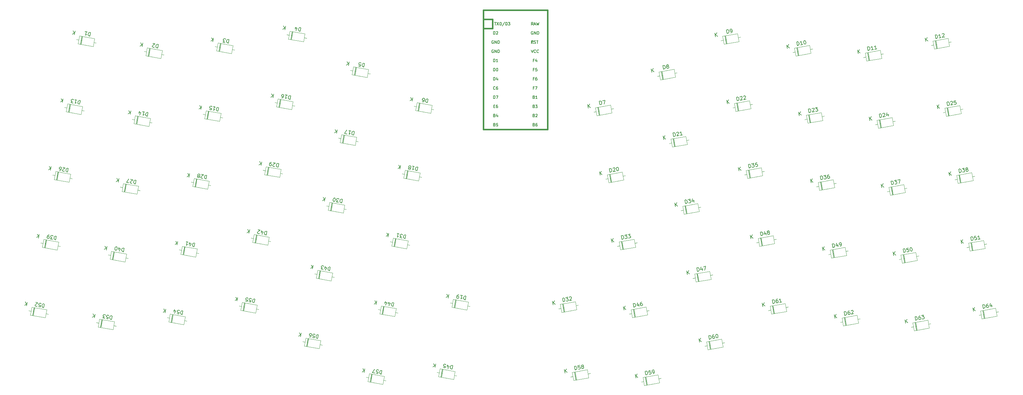
<source format=gto>
%TF.GenerationSoftware,KiCad,Pcbnew,(6.0.8)*%
%TF.CreationDate,2023-02-18T20:13:43+07:00*%
%TF.ProjectId,test,74657374-2e6b-4696-9361-645f70636258,rev?*%
%TF.SameCoordinates,Original*%
%TF.FileFunction,Legend,Top*%
%TF.FilePolarity,Positive*%
%FSLAX46Y46*%
G04 Gerber Fmt 4.6, Leading zero omitted, Abs format (unit mm)*
G04 Created by KiCad (PCBNEW (6.0.8)) date 2023-02-18 20:13:43*
%MOMM*%
%LPD*%
G01*
G04 APERTURE LIST*
G04 Aperture macros list*
%AMHorizOval*
0 Thick line with rounded ends*
0 $1 width*
0 $2 $3 position (X,Y) of the first rounded end (center of the circle)*
0 $4 $5 position (X,Y) of the second rounded end (center of the circle)*
0 Add line between two ends*
20,1,$1,$2,$3,$4,$5,0*
0 Add two circle primitives to create the rounded ends*
1,1,$1,$2,$3*
1,1,$1,$4,$5*%
%AMRotRect*
0 Rectangle, with rotation*
0 The origin of the aperture is its center*
0 $1 length*
0 $2 width*
0 $3 Rotation angle, in degrees counterclockwise*
0 Add horizontal line*
21,1,$1,$2,0,0,$3*%
G04 Aperture macros list end*
%ADD10C,0.150000*%
%ADD11C,0.120000*%
%ADD12C,0.381000*%
%ADD13R,1.752600X1.752600*%
%ADD14C,1.752600*%
%ADD15C,3.987800*%
%ADD16C,1.750000*%
%ADD17C,3.000000*%
%ADD18HorizOval,1.600000X0.000000X0.000000X0.000000X0.000000X0*%
%ADD19RotRect,1.600000X1.600000X10.000000*%
%ADD20HorizOval,1.600000X0.000000X0.000000X0.000000X0.000000X0*%
%ADD21RotRect,1.600000X1.600000X350.000000*%
G04 APERTURE END LIST*
D10*
%TO.C,D34*%
X202689574Y-117518744D02*
X202515925Y-116533937D01*
X202750404Y-116492592D01*
X202899359Y-116514680D01*
X203009688Y-116591934D01*
X203073122Y-116677456D01*
X203153093Y-116856769D01*
X203177900Y-116997456D01*
X203164081Y-117193308D01*
X203133723Y-117295368D01*
X203056470Y-117405697D01*
X202924052Y-117477399D01*
X202689574Y-117518744D01*
X203406942Y-116376826D02*
X204016585Y-116269330D01*
X203754467Y-116702377D01*
X203895154Y-116677570D01*
X203997214Y-116707928D01*
X204052379Y-116746555D01*
X204115812Y-116832077D01*
X204157157Y-117066555D01*
X204126800Y-117168615D01*
X204088173Y-117223780D01*
X204002651Y-117287213D01*
X203721277Y-117336827D01*
X203619217Y-117306469D01*
X203564052Y-117267843D01*
X204918589Y-116448758D02*
X205034354Y-117105296D01*
X204617959Y-116114938D02*
X204507515Y-116859717D01*
X205117158Y-116752220D01*
X199930936Y-118330103D02*
X199757288Y-117345295D01*
X200493683Y-118230876D02*
X199972395Y-117742549D01*
X200320035Y-117246068D02*
X199856515Y-117908043D01*
%TO.C,D53*%
X43930639Y-148605823D02*
X43756990Y-149590630D01*
X43522512Y-149549286D01*
X43390095Y-149477583D01*
X43312841Y-149367254D01*
X43282484Y-149265194D01*
X43268664Y-149069342D01*
X43293471Y-148928656D01*
X43373442Y-148749342D01*
X43436876Y-148663820D01*
X43547205Y-148586567D01*
X43696161Y-148564478D01*
X43930639Y-148605823D01*
X42303227Y-149334293D02*
X42772183Y-149416982D01*
X42901768Y-148956295D01*
X42846603Y-148994922D01*
X42744543Y-149025280D01*
X42510065Y-148983935D01*
X42424543Y-148920501D01*
X42385916Y-148865337D01*
X42355559Y-148763276D01*
X42396903Y-148528798D01*
X42460337Y-148443276D01*
X42515501Y-148404650D01*
X42617562Y-148374292D01*
X42852040Y-148415637D01*
X42937562Y-148479070D01*
X42976189Y-148534235D01*
X41928062Y-149268141D02*
X41318419Y-149160645D01*
X41712840Y-148843362D01*
X41572153Y-148818556D01*
X41486631Y-148755122D01*
X41448004Y-148699957D01*
X41417646Y-148597897D01*
X41458991Y-148363419D01*
X41522425Y-148277897D01*
X41577589Y-148239270D01*
X41679649Y-148208913D01*
X41961023Y-148258526D01*
X42046545Y-148321960D01*
X42085172Y-148377124D01*
X39185041Y-148093983D02*
X39011393Y-149078790D01*
X38622294Y-147994755D02*
X38945127Y-148631923D01*
X38448646Y-148979563D02*
X39110621Y-148516043D01*
%TO.C,D61*%
X226908358Y-145165714D02*
X226734709Y-144180907D01*
X226969188Y-144139562D01*
X227118143Y-144161650D01*
X227228472Y-144238904D01*
X227291906Y-144324426D01*
X227371877Y-144503739D01*
X227396684Y-144644426D01*
X227382865Y-144840278D01*
X227352507Y-144942338D01*
X227275254Y-145052667D01*
X227142836Y-145124369D01*
X226908358Y-145165714D01*
X228141578Y-143932838D02*
X227953995Y-143965914D01*
X227868473Y-144029347D01*
X227829846Y-144084512D01*
X227760862Y-144241736D01*
X227747042Y-144437588D01*
X227813194Y-144812753D01*
X227876627Y-144898275D01*
X227931792Y-144936902D01*
X228033852Y-144967259D01*
X228221435Y-144934183D01*
X228306957Y-144870750D01*
X228345584Y-144815585D01*
X228375941Y-144713525D01*
X228334596Y-144479047D01*
X228271163Y-144393525D01*
X228215998Y-144354898D01*
X228113938Y-144324540D01*
X227926356Y-144357616D01*
X227840833Y-144421050D01*
X227802207Y-144476214D01*
X227771849Y-144578275D01*
X229346929Y-144735728D02*
X228784182Y-144834956D01*
X229065556Y-144785342D02*
X228891907Y-143800534D01*
X228822923Y-143957759D01*
X228745670Y-144068088D01*
X228660148Y-144131522D01*
X224149720Y-145977073D02*
X223976072Y-144992265D01*
X224712467Y-145877846D02*
X224191179Y-145389519D01*
X224538819Y-144893038D02*
X224075299Y-145555013D01*
%TO.C,D10*%
X233660914Y-73756784D02*
X233487265Y-72771977D01*
X233721744Y-72730632D01*
X233870699Y-72752720D01*
X233981028Y-72829974D01*
X234044462Y-72915496D01*
X234124433Y-73094809D01*
X234149240Y-73235496D01*
X234135421Y-73431348D01*
X234105063Y-73533408D01*
X234027810Y-73643737D01*
X233895392Y-73715439D01*
X233660914Y-73756784D01*
X235161573Y-73492178D02*
X234598826Y-73591405D01*
X234880199Y-73541791D02*
X234706551Y-72556984D01*
X234637567Y-72714208D01*
X234560314Y-72824537D01*
X234474791Y-72887971D01*
X235597568Y-72399873D02*
X235691359Y-72383335D01*
X235793419Y-72413693D01*
X235848584Y-72452320D01*
X235912017Y-72537842D01*
X235991989Y-72717155D01*
X236033334Y-72951633D01*
X236019514Y-73147485D01*
X235989156Y-73249545D01*
X235950529Y-73304710D01*
X235865007Y-73368143D01*
X235771216Y-73384681D01*
X235669156Y-73354323D01*
X235613991Y-73315697D01*
X235550558Y-73230174D01*
X235470586Y-73050861D01*
X235429241Y-72816383D01*
X235443061Y-72620532D01*
X235473419Y-72518471D01*
X235512046Y-72463307D01*
X235597568Y-72399873D01*
X230902276Y-74568143D02*
X230728628Y-73583335D01*
X231465023Y-74468916D02*
X230943735Y-73980589D01*
X231291375Y-73484108D02*
X230827855Y-74146083D01*
%TO.C,D59*%
X191702781Y-164914121D02*
X191529132Y-163929314D01*
X191763611Y-163887969D01*
X191912566Y-163910057D01*
X192022895Y-163987311D01*
X192086329Y-164072833D01*
X192166300Y-164252146D01*
X192191107Y-164392833D01*
X192177288Y-164588685D01*
X192146930Y-164690745D01*
X192069677Y-164801074D01*
X191937259Y-164872776D01*
X191702781Y-164914121D01*
X192982896Y-163672976D02*
X192513940Y-163755665D01*
X192549734Y-164232890D01*
X192588361Y-164177726D01*
X192673883Y-164114292D01*
X192908361Y-164072947D01*
X193010421Y-164103305D01*
X193065586Y-164141932D01*
X193129019Y-164227454D01*
X193170364Y-164461932D01*
X193140007Y-164563992D01*
X193101380Y-164619157D01*
X193015858Y-164682590D01*
X192781380Y-164723935D01*
X192679319Y-164693577D01*
X192624155Y-164654951D01*
X193672396Y-164566825D02*
X193859979Y-164533749D01*
X193945501Y-164470316D01*
X193984127Y-164415151D01*
X194053112Y-164257926D01*
X194066932Y-164062075D01*
X194000780Y-163686910D01*
X193937346Y-163601388D01*
X193882182Y-163562761D01*
X193780122Y-163532403D01*
X193592539Y-163565479D01*
X193507017Y-163628913D01*
X193468390Y-163684077D01*
X193438033Y-163786138D01*
X193479377Y-164020616D01*
X193542811Y-164106138D01*
X193597976Y-164144764D01*
X193700036Y-164175122D01*
X193887618Y-164142046D01*
X193973140Y-164078613D01*
X194011767Y-164023448D01*
X194042125Y-163921388D01*
X188944143Y-165725480D02*
X188770495Y-164740672D01*
X189506890Y-165626253D02*
X188985602Y-165137926D01*
X189333242Y-164641445D02*
X188869722Y-165303420D01*
%TO.C,D21*%
X199414656Y-98945762D02*
X199241007Y-97960955D01*
X199475486Y-97919610D01*
X199624441Y-97941698D01*
X199734770Y-98018952D01*
X199798204Y-98104474D01*
X199878175Y-98283787D01*
X199902982Y-98424474D01*
X199889163Y-98620326D01*
X199858805Y-98722386D01*
X199781552Y-98832715D01*
X199649134Y-98904417D01*
X199414656Y-98945762D01*
X200195458Y-97889367D02*
X200234084Y-97834202D01*
X200319606Y-97770768D01*
X200554084Y-97729424D01*
X200656145Y-97759781D01*
X200711309Y-97798408D01*
X200774743Y-97883930D01*
X200791281Y-97977721D01*
X200769192Y-98126677D01*
X200305672Y-98788652D01*
X200915315Y-98681156D01*
X201853227Y-98515776D02*
X201290480Y-98615004D01*
X201571854Y-98565390D02*
X201398205Y-97580582D01*
X201329221Y-97737807D01*
X201251968Y-97848136D01*
X201166446Y-97911570D01*
X196656018Y-99757121D02*
X196482370Y-98772313D01*
X197218765Y-99657894D02*
X196697477Y-99169567D01*
X197045117Y-98673086D02*
X196581597Y-99335061D01*
%TO.C,D40*%
X47238637Y-129845236D02*
X47064988Y-130830043D01*
X46830510Y-130788699D01*
X46698093Y-130716996D01*
X46620839Y-130606667D01*
X46590482Y-130504607D01*
X46576662Y-130308755D01*
X46601469Y-130168069D01*
X46681440Y-129988755D01*
X46744874Y-129903233D01*
X46855203Y-129825980D01*
X47004159Y-129803891D01*
X47238637Y-129845236D01*
X45716003Y-130253705D02*
X45831768Y-129597167D01*
X45884329Y-130670215D02*
X46242842Y-130008126D01*
X45633199Y-129900629D01*
X44954686Y-130457940D02*
X44860895Y-130441402D01*
X44775373Y-130377969D01*
X44736746Y-130322804D01*
X44706388Y-130220744D01*
X44692569Y-130024893D01*
X44733913Y-129790415D01*
X44813885Y-129611101D01*
X44877318Y-129525579D01*
X44932483Y-129486952D01*
X45034543Y-129456595D01*
X45128334Y-129473132D01*
X45213857Y-129536566D01*
X45252483Y-129591731D01*
X45282841Y-129693791D01*
X45296661Y-129889642D01*
X45255316Y-130124120D01*
X45175344Y-130303434D01*
X45111911Y-130388956D01*
X45056746Y-130427583D01*
X44954686Y-130457940D01*
X42493039Y-129333396D02*
X42319391Y-130318203D01*
X41930292Y-129234168D02*
X42253125Y-129871336D01*
X41756644Y-130218976D02*
X42418619Y-129755456D01*
%TO.C,D48*%
X223600360Y-126405127D02*
X223426711Y-125420320D01*
X223661190Y-125378975D01*
X223810145Y-125401063D01*
X223920474Y-125478317D01*
X223983908Y-125563839D01*
X224063879Y-125743152D01*
X224088686Y-125883839D01*
X224074867Y-126079691D01*
X224044509Y-126181751D01*
X223967256Y-126292080D01*
X223834838Y-126363782D01*
X223600360Y-126405127D01*
X224891462Y-125500520D02*
X225007228Y-126157058D01*
X224590833Y-125166700D02*
X224480389Y-125911479D01*
X225090032Y-125803982D01*
X225564539Y-125478546D02*
X225462479Y-125448188D01*
X225407314Y-125409561D01*
X225343881Y-125324039D01*
X225335612Y-125277144D01*
X225365969Y-125175083D01*
X225404596Y-125119919D01*
X225490118Y-125056485D01*
X225677701Y-125023409D01*
X225779761Y-125053767D01*
X225834925Y-125092394D01*
X225898359Y-125177916D01*
X225906628Y-125224812D01*
X225876270Y-125326872D01*
X225837644Y-125382036D01*
X225752121Y-125445470D01*
X225564539Y-125478546D01*
X225479017Y-125541979D01*
X225440390Y-125597144D01*
X225410032Y-125699204D01*
X225443108Y-125886786D01*
X225506542Y-125972309D01*
X225561706Y-126010935D01*
X225663766Y-126041293D01*
X225851349Y-126008217D01*
X225936871Y-125944784D01*
X225975498Y-125889619D01*
X226005855Y-125787559D01*
X225972780Y-125599976D01*
X225909346Y-125514454D01*
X225854181Y-125475828D01*
X225752121Y-125445470D01*
X220841722Y-127216486D02*
X220668074Y-126231678D01*
X221404469Y-127117259D02*
X220883181Y-126628932D01*
X221230821Y-126132451D02*
X220767301Y-126794426D01*
%TO.C,D2*%
X56693674Y-73480783D02*
X56520025Y-74465591D01*
X56285547Y-74424246D01*
X56153129Y-74352544D01*
X56075876Y-74242214D01*
X56045518Y-74140154D01*
X56031699Y-73944303D01*
X56056506Y-73803616D01*
X56136477Y-73624303D01*
X56199911Y-73538780D01*
X56310240Y-73461527D01*
X56459196Y-73439438D01*
X56693674Y-73480783D01*
X55598651Y-74206420D02*
X55543487Y-74245047D01*
X55441426Y-74275405D01*
X55206948Y-74234060D01*
X55121426Y-74170626D01*
X55082799Y-74115462D01*
X55052442Y-74013402D01*
X55068980Y-73919610D01*
X55140682Y-73787193D01*
X55802657Y-73323673D01*
X55193014Y-73216176D01*
X52417032Y-73051633D02*
X52243384Y-74036440D01*
X51854285Y-72952405D02*
X52177118Y-73589573D01*
X51680637Y-73937213D02*
X52342612Y-73473693D01*
%TO.C,D51*%
X281866922Y-127737486D02*
X281693273Y-126752679D01*
X281927752Y-126711334D01*
X282076707Y-126733422D01*
X282187036Y-126810676D01*
X282250470Y-126896198D01*
X282330441Y-127075511D01*
X282355248Y-127216198D01*
X282341429Y-127412050D01*
X282311071Y-127514110D01*
X282233818Y-127624439D01*
X282101400Y-127696141D01*
X281866922Y-127737486D01*
X283147037Y-126496341D02*
X282678081Y-126579030D01*
X282713875Y-127056255D01*
X282752502Y-127001091D01*
X282838024Y-126937657D01*
X283072502Y-126896312D01*
X283174562Y-126926670D01*
X283229727Y-126965297D01*
X283293160Y-127050819D01*
X283334505Y-127285297D01*
X283304148Y-127387357D01*
X283265521Y-127442522D01*
X283179999Y-127505955D01*
X282945521Y-127547300D01*
X282843460Y-127516942D01*
X282788296Y-127478316D01*
X284305493Y-127307500D02*
X283742746Y-127406728D01*
X284024120Y-127357114D02*
X283850471Y-126372306D01*
X283781487Y-126529531D01*
X283704234Y-126639860D01*
X283618712Y-126703294D01*
X279108284Y-128548845D02*
X278934636Y-127564037D01*
X279671031Y-128449618D02*
X279149743Y-127961291D01*
X279497383Y-127464810D02*
X279033863Y-128126785D01*
%TO.C,D41*%
X66826224Y-128463087D02*
X66652575Y-129447894D01*
X66418097Y-129406550D01*
X66285680Y-129334847D01*
X66208426Y-129224518D01*
X66178069Y-129122458D01*
X66164249Y-128926606D01*
X66189056Y-128785920D01*
X66269027Y-128606606D01*
X66332461Y-128521084D01*
X66442790Y-128443831D01*
X66591746Y-128421742D01*
X66826224Y-128463087D01*
X65303590Y-128871556D02*
X65419355Y-128215018D01*
X65471916Y-129288066D02*
X65830429Y-128625977D01*
X65220786Y-128518480D01*
X64387652Y-128033101D02*
X64950399Y-128132328D01*
X64669026Y-128082715D02*
X64495378Y-129067522D01*
X64613976Y-128943373D01*
X64724305Y-128866120D01*
X64826365Y-128835762D01*
X62080626Y-127951247D02*
X61906978Y-128936054D01*
X61517879Y-127852019D02*
X61840712Y-128489187D01*
X61344231Y-128836827D02*
X62006206Y-128373307D01*
%TO.C,D37*%
X259798336Y-112284897D02*
X259624687Y-111300090D01*
X259859166Y-111258745D01*
X260008121Y-111280833D01*
X260118450Y-111358087D01*
X260181884Y-111443609D01*
X260261855Y-111622922D01*
X260286662Y-111763609D01*
X260272843Y-111959461D01*
X260242485Y-112061521D01*
X260165232Y-112171850D01*
X260032814Y-112243552D01*
X259798336Y-112284897D01*
X260515704Y-111142979D02*
X261125347Y-111035483D01*
X260863229Y-111468530D01*
X261003916Y-111443723D01*
X261105976Y-111474081D01*
X261161141Y-111512708D01*
X261224574Y-111598230D01*
X261265919Y-111832708D01*
X261235562Y-111934768D01*
X261196935Y-111989933D01*
X261111413Y-112053366D01*
X260830039Y-112102980D01*
X260727979Y-112072622D01*
X260672814Y-112033996D01*
X261453616Y-110977600D02*
X262110155Y-110861835D01*
X261861742Y-111921063D01*
X257039698Y-113096256D02*
X256866050Y-112111448D01*
X257602445Y-112997029D02*
X257081157Y-112508702D01*
X257428797Y-112012221D02*
X256965277Y-112674196D01*
%TO.C,D35*%
X220292362Y-107644540D02*
X220118713Y-106659733D01*
X220353192Y-106618388D01*
X220502147Y-106640476D01*
X220612476Y-106717730D01*
X220675910Y-106803252D01*
X220755881Y-106982565D01*
X220780688Y-107123252D01*
X220766869Y-107319104D01*
X220736511Y-107421164D01*
X220659258Y-107531493D01*
X220526840Y-107603195D01*
X220292362Y-107644540D01*
X221009730Y-106502622D02*
X221619373Y-106395126D01*
X221357255Y-106828173D01*
X221497942Y-106803366D01*
X221600002Y-106833724D01*
X221655167Y-106872351D01*
X221718600Y-106957873D01*
X221759945Y-107192351D01*
X221729588Y-107294411D01*
X221690961Y-107349576D01*
X221605439Y-107413009D01*
X221324065Y-107462623D01*
X221222005Y-107432265D01*
X221166840Y-107393639D01*
X222510389Y-106238016D02*
X222041433Y-106320705D01*
X222077227Y-106797930D01*
X222115854Y-106742766D01*
X222201376Y-106679332D01*
X222435854Y-106637987D01*
X222537914Y-106668345D01*
X222593079Y-106706972D01*
X222656513Y-106792494D01*
X222697857Y-107026972D01*
X222667500Y-107129032D01*
X222628873Y-107184197D01*
X222543351Y-107247630D01*
X222308873Y-107288975D01*
X222206813Y-107258617D01*
X222151648Y-107219991D01*
X217533724Y-108455899D02*
X217360076Y-107471091D01*
X218096471Y-108356672D02*
X217575183Y-107868345D01*
X217922823Y-107371864D02*
X217459303Y-108033839D01*
%TO.C,D28*%
X70134222Y-109702499D02*
X69960573Y-110687306D01*
X69726095Y-110645962D01*
X69593678Y-110574259D01*
X69516424Y-110463930D01*
X69486067Y-110361870D01*
X69472247Y-110166018D01*
X69497054Y-110025332D01*
X69577025Y-109846018D01*
X69640459Y-109760496D01*
X69750788Y-109683243D01*
X69899744Y-109661154D01*
X70134222Y-109702499D01*
X69039199Y-110428136D02*
X68984035Y-110466763D01*
X68881974Y-110497120D01*
X68647496Y-110455776D01*
X68561974Y-110392342D01*
X68523348Y-110337177D01*
X68492990Y-110235117D01*
X68509528Y-110141326D01*
X68581230Y-110008908D01*
X69243205Y-109545388D01*
X68633562Y-109437892D01*
X67971587Y-109901412D02*
X68057110Y-109964845D01*
X68095736Y-110020010D01*
X68126094Y-110122070D01*
X68117825Y-110168966D01*
X68054391Y-110254488D01*
X67999227Y-110293115D01*
X67897167Y-110323472D01*
X67709584Y-110290396D01*
X67624062Y-110226963D01*
X67585435Y-110171798D01*
X67555078Y-110069738D01*
X67563347Y-110022842D01*
X67626780Y-109937320D01*
X67681945Y-109898694D01*
X67784005Y-109868336D01*
X67971587Y-109901412D01*
X68073648Y-109871054D01*
X68128812Y-109832427D01*
X68192246Y-109746905D01*
X68225321Y-109559323D01*
X68194964Y-109457263D01*
X68156337Y-109402098D01*
X68070815Y-109338664D01*
X67883232Y-109305589D01*
X67781172Y-109335946D01*
X67726008Y-109374573D01*
X67662574Y-109460095D01*
X67629498Y-109647678D01*
X67659856Y-109749738D01*
X67698483Y-109804902D01*
X67784005Y-109868336D01*
X65388624Y-109190659D02*
X65214976Y-110175466D01*
X64825877Y-109091431D02*
X65148710Y-109728599D01*
X64652229Y-110076239D02*
X65314204Y-109612719D01*
%TO.C,D60*%
X209305569Y-155039918D02*
X209131920Y-154055111D01*
X209366399Y-154013766D01*
X209515354Y-154035854D01*
X209625683Y-154113108D01*
X209689117Y-154198630D01*
X209769088Y-154377943D01*
X209793895Y-154518630D01*
X209780076Y-154714482D01*
X209749718Y-154816542D01*
X209672465Y-154926871D01*
X209540047Y-154998573D01*
X209305569Y-155039918D01*
X210538789Y-153807042D02*
X210351206Y-153840118D01*
X210265684Y-153903551D01*
X210227057Y-153958716D01*
X210158073Y-154115940D01*
X210144253Y-154311792D01*
X210210405Y-154686957D01*
X210273838Y-154772479D01*
X210329003Y-154811106D01*
X210431063Y-154841463D01*
X210618646Y-154808387D01*
X210704168Y-154744954D01*
X210742795Y-154689789D01*
X210773152Y-154587729D01*
X210731807Y-154353251D01*
X210668374Y-154267729D01*
X210613209Y-154229102D01*
X210511149Y-154198744D01*
X210323567Y-154231820D01*
X210238044Y-154295254D01*
X210199418Y-154350418D01*
X210169060Y-154452479D01*
X211242223Y-153683007D02*
X211336014Y-153666469D01*
X211438074Y-153696827D01*
X211493239Y-153735454D01*
X211556672Y-153820976D01*
X211636644Y-154000289D01*
X211677989Y-154234767D01*
X211664169Y-154430619D01*
X211633811Y-154532679D01*
X211595184Y-154587844D01*
X211509662Y-154651277D01*
X211415871Y-154667815D01*
X211313811Y-154637457D01*
X211258646Y-154598831D01*
X211195213Y-154513308D01*
X211115241Y-154333995D01*
X211073896Y-154099517D01*
X211087716Y-153903666D01*
X211118074Y-153801605D01*
X211156701Y-153746441D01*
X211242223Y-153683007D01*
X206546931Y-155851277D02*
X206373283Y-154866469D01*
X207109678Y-155752050D02*
X206588390Y-155263723D01*
X206936030Y-154767242D02*
X206472510Y-155429217D01*
%TO.C,D14*%
X53854632Y-92324061D02*
X53680983Y-93308868D01*
X53446505Y-93267524D01*
X53314088Y-93195821D01*
X53236834Y-93085492D01*
X53206477Y-92983432D01*
X53192657Y-92787580D01*
X53217464Y-92646894D01*
X53297435Y-92467580D01*
X53360869Y-92382058D01*
X53471198Y-92304805D01*
X53620154Y-92282716D01*
X53854632Y-92324061D01*
X52353972Y-92059454D02*
X52916719Y-92158682D01*
X52635346Y-92109068D02*
X52461698Y-93093876D01*
X52580296Y-92969727D01*
X52690625Y-92892473D01*
X52792685Y-92862116D01*
X51394086Y-92567151D02*
X51509851Y-91910613D01*
X51562412Y-92983661D02*
X51920925Y-92321572D01*
X51311282Y-92214075D01*
X49109034Y-91812221D02*
X48935386Y-92797028D01*
X48546287Y-91712993D02*
X48869120Y-92350161D01*
X48372639Y-92697801D02*
X49034614Y-92234281D01*
%TO.C,D52*%
X25170051Y-145297825D02*
X24996402Y-146282632D01*
X24761924Y-146241288D01*
X24629507Y-146169585D01*
X24552253Y-146059256D01*
X24521896Y-145957196D01*
X24508076Y-145761344D01*
X24532883Y-145620658D01*
X24612854Y-145441344D01*
X24676288Y-145355822D01*
X24786617Y-145278569D01*
X24935573Y-145256480D01*
X25170051Y-145297825D01*
X23542639Y-146026295D02*
X24011595Y-146108984D01*
X24141180Y-145648297D01*
X24086015Y-145686924D01*
X23983955Y-145717282D01*
X23749477Y-145675937D01*
X23663955Y-145612503D01*
X23625328Y-145557339D01*
X23594971Y-145455278D01*
X23636315Y-145220800D01*
X23699749Y-145135278D01*
X23754913Y-145096652D01*
X23856974Y-145066294D01*
X24091452Y-145107639D01*
X24176974Y-145171072D01*
X24215601Y-145226237D01*
X23137116Y-145858083D02*
X23081951Y-145896709D01*
X22979891Y-145927067D01*
X22745413Y-145885722D01*
X22659891Y-145822289D01*
X22621264Y-145767124D01*
X22590907Y-145665064D01*
X22607445Y-145571273D01*
X22679147Y-145438855D01*
X23341122Y-144975335D01*
X22731479Y-144867839D01*
X20424453Y-144785985D02*
X20250805Y-145770792D01*
X19861706Y-144686757D02*
X20184539Y-145323925D01*
X19688058Y-145671565D02*
X20350033Y-145208045D01*
%TO.C,D6*%
X131405225Y-88588833D02*
X131231576Y-89573641D01*
X130997098Y-89532296D01*
X130864680Y-89460594D01*
X130787427Y-89350264D01*
X130757069Y-89248204D01*
X130743250Y-89052353D01*
X130768057Y-88911666D01*
X130848028Y-88732353D01*
X130911462Y-88646830D01*
X131021791Y-88569577D01*
X131170747Y-88547488D01*
X131405225Y-88588833D01*
X129824708Y-89325572D02*
X130012291Y-89358648D01*
X130114351Y-89328290D01*
X130169515Y-89289664D01*
X130288113Y-89165515D01*
X130368085Y-88986201D01*
X130434237Y-88611036D01*
X130403879Y-88508976D01*
X130365252Y-88453812D01*
X130279730Y-88390378D01*
X130092148Y-88357302D01*
X129990087Y-88387660D01*
X129934923Y-88426287D01*
X129871489Y-88511809D01*
X129830144Y-88746287D01*
X129860502Y-88848347D01*
X129899129Y-88903512D01*
X129984651Y-88966945D01*
X130172233Y-89000021D01*
X130274294Y-88969663D01*
X130329458Y-88931037D01*
X130392892Y-88845514D01*
X127128583Y-88159683D02*
X126954935Y-89144490D01*
X126565836Y-88060455D02*
X126888669Y-88697623D01*
X126392188Y-89045263D02*
X127054163Y-88581743D01*
%TO.C,D64*%
X285174919Y-146498074D02*
X285001270Y-145513267D01*
X285235749Y-145471922D01*
X285384704Y-145494010D01*
X285495033Y-145571264D01*
X285558467Y-145656786D01*
X285638438Y-145836099D01*
X285663245Y-145976786D01*
X285649426Y-146172638D01*
X285619068Y-146274698D01*
X285541815Y-146385027D01*
X285409397Y-146456729D01*
X285174919Y-146498074D01*
X286408139Y-145265198D02*
X286220556Y-145298274D01*
X286135034Y-145361707D01*
X286096407Y-145416872D01*
X286027423Y-145574096D01*
X286013603Y-145769948D01*
X286079755Y-146145113D01*
X286143188Y-146230635D01*
X286198353Y-146269262D01*
X286300413Y-146299619D01*
X286487996Y-146266543D01*
X286573518Y-146203110D01*
X286612145Y-146147945D01*
X286642502Y-146045885D01*
X286601157Y-145811407D01*
X286537724Y-145725885D01*
X286482559Y-145687258D01*
X286380499Y-145656900D01*
X286192917Y-145689976D01*
X286107394Y-145753410D01*
X286068768Y-145808574D01*
X286038410Y-145910635D01*
X287403934Y-145428088D02*
X287519699Y-146084626D01*
X287103304Y-145094268D02*
X286992860Y-145839047D01*
X287602503Y-145731550D01*
X282416281Y-147309433D02*
X282242633Y-146324625D01*
X282979028Y-147210206D02*
X282457740Y-146721879D01*
X282805380Y-146225398D02*
X282341860Y-146887373D01*
%TO.C,D29*%
X90052609Y-106444291D02*
X89878960Y-107429098D01*
X89644482Y-107387754D01*
X89512065Y-107316051D01*
X89434811Y-107205722D01*
X89404454Y-107103662D01*
X89390634Y-106907810D01*
X89415441Y-106767124D01*
X89495412Y-106587810D01*
X89558846Y-106502288D01*
X89669175Y-106425035D01*
X89818131Y-106402946D01*
X90052609Y-106444291D01*
X88957586Y-107169928D02*
X88902422Y-107208555D01*
X88800361Y-107238912D01*
X88565883Y-107197568D01*
X88480361Y-107134134D01*
X88441735Y-107078969D01*
X88411377Y-106976909D01*
X88427915Y-106883118D01*
X88499617Y-106750700D01*
X89161592Y-106287180D01*
X88551949Y-106179684D01*
X88082993Y-106096994D02*
X87895411Y-106063919D01*
X87793351Y-106094276D01*
X87738186Y-106132903D01*
X87619588Y-106257052D01*
X87539616Y-106436365D01*
X87473465Y-106811530D01*
X87503822Y-106913590D01*
X87542449Y-106968755D01*
X87627971Y-107032188D01*
X87815554Y-107065264D01*
X87917614Y-107034907D01*
X87972778Y-106996280D01*
X88036212Y-106910758D01*
X88077557Y-106676280D01*
X88047199Y-106574219D01*
X88008572Y-106519055D01*
X87923050Y-106455621D01*
X87735468Y-106422545D01*
X87633408Y-106452903D01*
X87578243Y-106491530D01*
X87514810Y-106577052D01*
X85307011Y-105932451D02*
X85133363Y-106917258D01*
X84744264Y-105833223D02*
X85067097Y-106470391D01*
X84570616Y-106818031D02*
X85232591Y-106354511D01*
%TO.C,D57*%
X118642190Y-163713873D02*
X118468541Y-164698680D01*
X118234063Y-164657336D01*
X118101646Y-164585633D01*
X118024392Y-164475304D01*
X117994035Y-164373244D01*
X117980215Y-164177392D01*
X118005022Y-164036706D01*
X118084993Y-163857392D01*
X118148427Y-163771870D01*
X118258756Y-163694617D01*
X118407712Y-163672528D01*
X118642190Y-163713873D01*
X117014778Y-164442343D02*
X117483734Y-164525032D01*
X117613319Y-164064345D01*
X117558154Y-164102972D01*
X117456094Y-164133330D01*
X117221616Y-164091985D01*
X117136094Y-164028551D01*
X117097467Y-163973387D01*
X117067110Y-163871326D01*
X117108454Y-163636848D01*
X117171888Y-163551326D01*
X117227052Y-163512700D01*
X117329113Y-163482342D01*
X117563591Y-163523687D01*
X117649113Y-163587120D01*
X117687740Y-163642285D01*
X116639613Y-164376191D02*
X115983074Y-164260426D01*
X116578783Y-163350038D01*
X113896592Y-163202033D02*
X113722944Y-164186840D01*
X113333845Y-163102805D02*
X113656678Y-163739973D01*
X113160197Y-164087613D02*
X113822172Y-163624093D01*
%TO.C,D5*%
X113802437Y-78714630D02*
X113628788Y-79699438D01*
X113394310Y-79658093D01*
X113261892Y-79586391D01*
X113184639Y-79476061D01*
X113154281Y-79374001D01*
X113140462Y-79178150D01*
X113165269Y-79037463D01*
X113245240Y-78858150D01*
X113308674Y-78772627D01*
X113419003Y-78695374D01*
X113567959Y-78673285D01*
X113802437Y-78714630D01*
X112175025Y-79443100D02*
X112643981Y-79525790D01*
X112773566Y-79065103D01*
X112718401Y-79103729D01*
X112616341Y-79134087D01*
X112381863Y-79092742D01*
X112296341Y-79029309D01*
X112257714Y-78974144D01*
X112227356Y-78872084D01*
X112268701Y-78637606D01*
X112332135Y-78552084D01*
X112387299Y-78513457D01*
X112489360Y-78483099D01*
X112723838Y-78524444D01*
X112809360Y-78587878D01*
X112847986Y-78643042D01*
X109525795Y-78285480D02*
X109352147Y-79270287D01*
X108963048Y-78186252D02*
X109285881Y-78823420D01*
X108789400Y-79171060D02*
X109451375Y-78707540D01*
%TO.C,D15*%
X73442219Y-90941912D02*
X73268570Y-91926719D01*
X73034092Y-91885375D01*
X72901675Y-91813672D01*
X72824421Y-91703343D01*
X72794064Y-91601283D01*
X72780244Y-91405431D01*
X72805051Y-91264745D01*
X72885022Y-91085431D01*
X72948456Y-90999909D01*
X73058785Y-90922656D01*
X73207741Y-90900567D01*
X73442219Y-90941912D01*
X71941559Y-90677305D02*
X72504306Y-90776533D01*
X72222933Y-90726919D02*
X72049285Y-91711727D01*
X72167883Y-91587578D01*
X72278212Y-91510324D01*
X72380272Y-91479967D01*
X70876894Y-91505002D02*
X71345851Y-91587692D01*
X71475436Y-91127005D01*
X71420271Y-91165632D01*
X71318211Y-91195989D01*
X71083733Y-91154645D01*
X70998211Y-91091211D01*
X70959584Y-91036046D01*
X70929226Y-90933986D01*
X70970571Y-90699508D01*
X71034005Y-90613986D01*
X71089169Y-90575359D01*
X71191229Y-90545002D01*
X71425708Y-90586346D01*
X71511230Y-90649780D01*
X71549856Y-90704945D01*
X68696621Y-90430072D02*
X68522973Y-91414879D01*
X68133874Y-90330844D02*
X68456707Y-90968012D01*
X67960226Y-91315652D02*
X68622201Y-90852132D01*
%TO.C,D9*%
X214211483Y-70415887D02*
X214037835Y-69431079D01*
X214272313Y-69389734D01*
X214421268Y-69411823D01*
X214531597Y-69489076D01*
X214595031Y-69574598D01*
X214675002Y-69753912D01*
X214699809Y-69894599D01*
X214685990Y-70090450D01*
X214655632Y-70192510D01*
X214578379Y-70302839D01*
X214445961Y-70374542D01*
X214211483Y-70415887D01*
X215243186Y-70233970D02*
X215430769Y-70200894D01*
X215516291Y-70137460D01*
X215554917Y-70082296D01*
X215623902Y-69925071D01*
X215637722Y-69729219D01*
X215571570Y-69354055D01*
X215508136Y-69268532D01*
X215452972Y-69229906D01*
X215350912Y-69199548D01*
X215163329Y-69232624D01*
X215077807Y-69296057D01*
X215039180Y-69351222D01*
X215008823Y-69453282D01*
X215050167Y-69687760D01*
X215113601Y-69773282D01*
X215168765Y-69811909D01*
X215270826Y-69842267D01*
X215458408Y-69809191D01*
X215543930Y-69745757D01*
X215582557Y-69690593D01*
X215612915Y-69588533D01*
X210983889Y-71309935D02*
X210810241Y-70325127D01*
X211546636Y-71210708D02*
X211025348Y-70722381D01*
X211372988Y-70225900D02*
X210909468Y-70887875D01*
%TO.C,D63*%
X266414332Y-149806072D02*
X266240683Y-148821265D01*
X266475162Y-148779920D01*
X266624117Y-148802008D01*
X266734446Y-148879262D01*
X266797880Y-148964784D01*
X266877851Y-149144097D01*
X266902658Y-149284784D01*
X266888839Y-149480636D01*
X266858481Y-149582696D01*
X266781228Y-149693025D01*
X266648810Y-149764727D01*
X266414332Y-149806072D01*
X267647552Y-148573196D02*
X267459969Y-148606272D01*
X267374447Y-148669705D01*
X267335820Y-148724870D01*
X267266836Y-148882094D01*
X267253016Y-149077946D01*
X267319168Y-149453111D01*
X267382601Y-149538633D01*
X267437766Y-149577260D01*
X267539826Y-149607617D01*
X267727409Y-149574541D01*
X267812931Y-149511108D01*
X267851558Y-149455943D01*
X267881915Y-149353883D01*
X267840570Y-149119405D01*
X267777137Y-149033883D01*
X267721972Y-148995256D01*
X267619912Y-148964898D01*
X267432330Y-148997974D01*
X267346807Y-149061408D01*
X267308181Y-149116572D01*
X267277823Y-149218633D01*
X268069612Y-148498775D02*
X268679255Y-148391279D01*
X268417137Y-148824326D01*
X268557824Y-148799519D01*
X268659884Y-148829877D01*
X268715049Y-148868504D01*
X268778483Y-148954026D01*
X268819827Y-149188504D01*
X268789470Y-149290564D01*
X268750843Y-149345729D01*
X268665321Y-149409162D01*
X268383947Y-149458776D01*
X268281887Y-149428418D01*
X268226722Y-149389792D01*
X263655694Y-150617431D02*
X263482046Y-149632623D01*
X264218441Y-150518204D02*
X263697153Y-150029877D01*
X264044793Y-149533396D02*
X263581273Y-150195371D01*
%TO.C,D16*%
X93360606Y-87683704D02*
X93186957Y-88668511D01*
X92952479Y-88627167D01*
X92820062Y-88555464D01*
X92742808Y-88445135D01*
X92712451Y-88343075D01*
X92698631Y-88147223D01*
X92723438Y-88006537D01*
X92803409Y-87827223D01*
X92866843Y-87741701D01*
X92977172Y-87664448D01*
X93126128Y-87642359D01*
X93360606Y-87683704D01*
X91859946Y-87419097D02*
X92422693Y-87518325D01*
X92141320Y-87468711D02*
X91967672Y-88453519D01*
X92086270Y-88329370D01*
X92196599Y-88252116D01*
X92298659Y-88221759D01*
X90842177Y-88255063D02*
X91029760Y-88288139D01*
X91131820Y-88257782D01*
X91186984Y-88219155D01*
X91305582Y-88095006D01*
X91385554Y-87915693D01*
X91451705Y-87540528D01*
X91421348Y-87438468D01*
X91382721Y-87383303D01*
X91297199Y-87319869D01*
X91109616Y-87286794D01*
X91007556Y-87317151D01*
X90952392Y-87355778D01*
X90888958Y-87441300D01*
X90847613Y-87675778D01*
X90877971Y-87777838D01*
X90916598Y-87833003D01*
X91002120Y-87896437D01*
X91189702Y-87929512D01*
X91291763Y-87899155D01*
X91346927Y-87860528D01*
X91410361Y-87775006D01*
X88615008Y-87171864D02*
X88441360Y-88156671D01*
X88052261Y-87072636D02*
X88375094Y-87709804D01*
X87878613Y-88057444D02*
X88540588Y-87593924D01*
%TO.C,D22*%
X217017444Y-89071558D02*
X216843795Y-88086751D01*
X217078274Y-88045406D01*
X217227229Y-88067494D01*
X217337558Y-88144748D01*
X217400992Y-88230270D01*
X217480963Y-88409583D01*
X217505770Y-88550270D01*
X217491951Y-88746122D01*
X217461593Y-88848182D01*
X217384340Y-88958511D01*
X217251922Y-89030213D01*
X217017444Y-89071558D01*
X217798246Y-88015163D02*
X217836872Y-87959998D01*
X217922394Y-87896564D01*
X218156872Y-87855220D01*
X218258933Y-87885577D01*
X218314097Y-87924204D01*
X218377531Y-88009726D01*
X218394069Y-88103517D01*
X218371980Y-88252473D01*
X217908460Y-88914448D01*
X218518103Y-88806952D01*
X218736158Y-87849783D02*
X218774784Y-87794619D01*
X218860307Y-87731185D01*
X219094785Y-87689840D01*
X219196845Y-87720198D01*
X219252009Y-87758825D01*
X219315443Y-87844347D01*
X219331981Y-87938138D01*
X219309892Y-88087094D01*
X218846372Y-88749069D01*
X219456015Y-88641572D01*
X214258806Y-89882917D02*
X214085158Y-88898109D01*
X214821553Y-89783690D02*
X214300265Y-89295363D01*
X214647905Y-88798882D02*
X214184385Y-89460857D01*
%TO.C,D30*%
X107655397Y-116318495D02*
X107481748Y-117303302D01*
X107247270Y-117261958D01*
X107114853Y-117190255D01*
X107037599Y-117079926D01*
X107007242Y-116977866D01*
X106993422Y-116782014D01*
X107018229Y-116641328D01*
X107098200Y-116462014D01*
X107161634Y-116376492D01*
X107271963Y-116299239D01*
X107420919Y-116277150D01*
X107655397Y-116318495D01*
X106590732Y-117146192D02*
X105981089Y-117038696D01*
X106375510Y-116721414D01*
X106234823Y-116696607D01*
X106149301Y-116633173D01*
X106110674Y-116578009D01*
X106080317Y-116475948D01*
X106121661Y-116241470D01*
X106185095Y-116155948D01*
X106240259Y-116117322D01*
X106342320Y-116086964D01*
X106623693Y-116136578D01*
X106709216Y-116200011D01*
X106747842Y-116255176D01*
X105371446Y-116931199D02*
X105277655Y-116914661D01*
X105192133Y-116851228D01*
X105153506Y-116796063D01*
X105123148Y-116694003D01*
X105109329Y-116498152D01*
X105150673Y-116263674D01*
X105230645Y-116084360D01*
X105294078Y-115998838D01*
X105349243Y-115960211D01*
X105451303Y-115929854D01*
X105545094Y-115946391D01*
X105630617Y-116009825D01*
X105669243Y-116064990D01*
X105699601Y-116167050D01*
X105713421Y-116362901D01*
X105672076Y-116597379D01*
X105592104Y-116776693D01*
X105528671Y-116862215D01*
X105473506Y-116900842D01*
X105371446Y-116931199D01*
X102909799Y-115806655D02*
X102736151Y-116791462D01*
X102347052Y-115707427D02*
X102669885Y-116344595D01*
X102173404Y-116692235D02*
X102835379Y-116228715D01*
%TO.C,D32*%
X168790656Y-144677582D02*
X168617007Y-143692775D01*
X168851486Y-143651430D01*
X169000441Y-143673518D01*
X169110770Y-143750772D01*
X169174204Y-143836294D01*
X169254175Y-144015607D01*
X169278982Y-144156294D01*
X169265163Y-144352146D01*
X169234805Y-144454206D01*
X169157552Y-144564535D01*
X169025134Y-144636237D01*
X168790656Y-144677582D01*
X169508024Y-143535664D02*
X170117667Y-143428168D01*
X169855549Y-143861215D01*
X169996236Y-143836408D01*
X170098296Y-143866766D01*
X170153461Y-143905393D01*
X170216894Y-143990915D01*
X170258239Y-144225393D01*
X170227882Y-144327453D01*
X170189255Y-144382618D01*
X170103733Y-144446051D01*
X169822359Y-144495665D01*
X169720299Y-144465307D01*
X169665134Y-144426681D01*
X170509370Y-143455807D02*
X170547996Y-143400643D01*
X170633519Y-143337209D01*
X170867997Y-143295864D01*
X170970057Y-143326222D01*
X171025221Y-143364849D01*
X171088655Y-143450371D01*
X171105193Y-143544162D01*
X171083104Y-143693118D01*
X170619584Y-144355093D01*
X171229227Y-144247596D01*
X166032018Y-145488941D02*
X165858370Y-144504133D01*
X166594765Y-145389714D02*
X166073477Y-144901387D01*
X166421117Y-144404906D02*
X165957597Y-145066881D01*
%TO.C,D49*%
X243518747Y-129663335D02*
X243345098Y-128678528D01*
X243579577Y-128637183D01*
X243728532Y-128659271D01*
X243838861Y-128736525D01*
X243902295Y-128822047D01*
X243982266Y-129001360D01*
X244007073Y-129142047D01*
X243993254Y-129337899D01*
X243962896Y-129439959D01*
X243885643Y-129550288D01*
X243753225Y-129621990D01*
X243518747Y-129663335D01*
X244809849Y-128758728D02*
X244925615Y-129415266D01*
X244509220Y-128424908D02*
X244398776Y-129169687D01*
X245008419Y-129062190D01*
X245488362Y-129316039D02*
X245675945Y-129282963D01*
X245761467Y-129219530D01*
X245800093Y-129164365D01*
X245869078Y-129007140D01*
X245882898Y-128811289D01*
X245816746Y-128436124D01*
X245753312Y-128350602D01*
X245698148Y-128311975D01*
X245596088Y-128281617D01*
X245408505Y-128314693D01*
X245322983Y-128378127D01*
X245284356Y-128433291D01*
X245253999Y-128535352D01*
X245295343Y-128769830D01*
X245358777Y-128855352D01*
X245413942Y-128893978D01*
X245516002Y-128924336D01*
X245703584Y-128891260D01*
X245789106Y-128827827D01*
X245827733Y-128772662D01*
X245858091Y-128670602D01*
X240760109Y-130474694D02*
X240586461Y-129489886D01*
X241322856Y-130375467D02*
X240801568Y-129887140D01*
X241149208Y-129390659D02*
X240685688Y-130052634D01*
%TO.C,D55*%
X83436613Y-143965466D02*
X83262964Y-144950273D01*
X83028486Y-144908929D01*
X82896069Y-144837226D01*
X82818815Y-144726897D01*
X82788458Y-144624837D01*
X82774638Y-144428985D01*
X82799445Y-144288299D01*
X82879416Y-144108985D01*
X82942850Y-144023463D01*
X83053179Y-143946210D01*
X83202135Y-143924121D01*
X83436613Y-143965466D01*
X81809201Y-144693936D02*
X82278157Y-144776625D01*
X82407742Y-144315938D01*
X82352577Y-144354565D01*
X82250517Y-144384923D01*
X82016039Y-144343578D01*
X81930517Y-144280144D01*
X81891890Y-144224980D01*
X81861533Y-144122919D01*
X81902877Y-143888441D01*
X81966311Y-143802919D01*
X82021475Y-143764293D01*
X82123536Y-143733935D01*
X82358014Y-143775280D01*
X82443536Y-143838713D01*
X82482163Y-143893878D01*
X80871288Y-144528556D02*
X81340245Y-144611246D01*
X81469830Y-144150559D01*
X81414665Y-144189186D01*
X81312605Y-144219543D01*
X81078127Y-144178199D01*
X80992605Y-144114765D01*
X80953978Y-144059600D01*
X80923620Y-143957540D01*
X80964965Y-143723062D01*
X81028399Y-143637540D01*
X81083563Y-143598913D01*
X81185623Y-143568556D01*
X81420102Y-143609900D01*
X81505624Y-143673334D01*
X81544250Y-143728499D01*
X78691015Y-143453626D02*
X78517367Y-144438433D01*
X78128268Y-143354398D02*
X78451101Y-143991566D01*
X77954620Y-144339206D02*
X78616595Y-143875686D01*
%TO.C,D47*%
X205997571Y-136279330D02*
X205823922Y-135294523D01*
X206058401Y-135253178D01*
X206207356Y-135275266D01*
X206317685Y-135352520D01*
X206381119Y-135438042D01*
X206461090Y-135617355D01*
X206485897Y-135758042D01*
X206472078Y-135953894D01*
X206441720Y-136055954D01*
X206364467Y-136166283D01*
X206232049Y-136237985D01*
X205997571Y-136279330D01*
X207288673Y-135374723D02*
X207404439Y-136031261D01*
X206988044Y-135040903D02*
X206877600Y-135785682D01*
X207487243Y-135678185D01*
X207652851Y-134972033D02*
X208309390Y-134856268D01*
X208060977Y-135915496D01*
X203238933Y-137090689D02*
X203065285Y-136105881D01*
X203801680Y-136991462D02*
X203280392Y-136503135D01*
X203628032Y-136006654D02*
X203164512Y-136668629D01*
%TO.C,D45*%
X138229777Y-162331724D02*
X138056128Y-163316531D01*
X137821650Y-163275187D01*
X137689233Y-163203484D01*
X137611979Y-163093155D01*
X137581622Y-162991095D01*
X137567802Y-162795243D01*
X137592609Y-162654557D01*
X137672580Y-162475243D01*
X137736014Y-162389721D01*
X137846343Y-162312468D01*
X137995299Y-162290379D01*
X138229777Y-162331724D01*
X136707143Y-162740193D02*
X136822908Y-162083655D01*
X136875469Y-163156703D02*
X137233982Y-162494614D01*
X136624339Y-162387117D01*
X135664452Y-162894814D02*
X136133409Y-162977504D01*
X136262994Y-162516817D01*
X136207829Y-162555444D01*
X136105769Y-162585801D01*
X135871291Y-162544457D01*
X135785769Y-162481023D01*
X135747142Y-162425858D01*
X135716784Y-162323798D01*
X135758129Y-162089320D01*
X135821563Y-162003798D01*
X135876727Y-161965171D01*
X135978787Y-161934814D01*
X136213266Y-161976158D01*
X136298788Y-162039592D01*
X136337414Y-162094757D01*
X133484179Y-161819884D02*
X133310531Y-162804691D01*
X132921432Y-161720656D02*
X133244265Y-162357824D01*
X132747784Y-162705464D02*
X133409759Y-162241944D01*
%TO.C,D43*%
X104347399Y-135079083D02*
X104173750Y-136063890D01*
X103939272Y-136022546D01*
X103806855Y-135950843D01*
X103729601Y-135840514D01*
X103699244Y-135738454D01*
X103685424Y-135542602D01*
X103710231Y-135401916D01*
X103790202Y-135222602D01*
X103853636Y-135137080D01*
X103963965Y-135059827D01*
X104112921Y-135037738D01*
X104347399Y-135079083D01*
X102824765Y-135487552D02*
X102940530Y-134831014D01*
X102993091Y-135904062D02*
X103351604Y-135241973D01*
X102741961Y-135134476D01*
X102344822Y-135741401D02*
X101735179Y-135633905D01*
X102129600Y-135316622D01*
X101988913Y-135291816D01*
X101903391Y-135228382D01*
X101864764Y-135173217D01*
X101834406Y-135071157D01*
X101875751Y-134836679D01*
X101939185Y-134751157D01*
X101994349Y-134712530D01*
X102096409Y-134682173D01*
X102377783Y-134731786D01*
X102463305Y-134795220D01*
X102501932Y-134850384D01*
X99601801Y-134567243D02*
X99428153Y-135552050D01*
X99039054Y-134468015D02*
X99361887Y-135105183D01*
X98865406Y-135452823D02*
X99527381Y-134989303D01*
%TO.C,D23*%
X236935831Y-92329766D02*
X236762182Y-91344959D01*
X236996661Y-91303614D01*
X237145616Y-91325702D01*
X237255945Y-91402956D01*
X237319379Y-91488478D01*
X237399350Y-91667791D01*
X237424157Y-91808478D01*
X237410338Y-92004330D01*
X237379980Y-92106390D01*
X237302727Y-92216719D01*
X237170309Y-92288421D01*
X236935831Y-92329766D01*
X237716633Y-91273371D02*
X237755259Y-91218206D01*
X237840781Y-91154772D01*
X238075259Y-91113428D01*
X238177320Y-91143785D01*
X238232484Y-91182412D01*
X238295918Y-91267934D01*
X238312456Y-91361725D01*
X238290367Y-91510681D01*
X237826847Y-92172656D01*
X238436490Y-92065160D01*
X238591111Y-91022469D02*
X239200754Y-90914973D01*
X238938636Y-91348020D01*
X239079323Y-91323213D01*
X239181383Y-91353571D01*
X239236548Y-91392198D01*
X239299982Y-91477720D01*
X239341326Y-91712198D01*
X239310969Y-91814258D01*
X239272342Y-91869423D01*
X239186820Y-91932856D01*
X238905446Y-91982470D01*
X238803386Y-91952112D01*
X238748221Y-91913486D01*
X234177193Y-93141125D02*
X234003545Y-92156317D01*
X234739940Y-93041898D02*
X234218652Y-92553571D01*
X234566292Y-92057090D02*
X234102772Y-92719065D01*
%TO.C,D18*%
X128566183Y-107432111D02*
X128392534Y-108416918D01*
X128158056Y-108375574D01*
X128025639Y-108303871D01*
X127948385Y-108193542D01*
X127918028Y-108091482D01*
X127904208Y-107895630D01*
X127929015Y-107754944D01*
X128008986Y-107575630D01*
X128072420Y-107490108D01*
X128182749Y-107412855D01*
X128331705Y-107390766D01*
X128566183Y-107432111D01*
X127065523Y-107167504D02*
X127628270Y-107266732D01*
X127346897Y-107217118D02*
X127173249Y-108201926D01*
X127291847Y-108077777D01*
X127402176Y-108000523D01*
X127504236Y-107970166D01*
X126403548Y-107631024D02*
X126489071Y-107694457D01*
X126527697Y-107749622D01*
X126558055Y-107851682D01*
X126549786Y-107898578D01*
X126486352Y-107984100D01*
X126431188Y-108022727D01*
X126329128Y-108053084D01*
X126141545Y-108020008D01*
X126056023Y-107956575D01*
X126017396Y-107901410D01*
X125987039Y-107799350D01*
X125995308Y-107752454D01*
X126058741Y-107666932D01*
X126113906Y-107628306D01*
X126215966Y-107597948D01*
X126403548Y-107631024D01*
X126505609Y-107600666D01*
X126560773Y-107562039D01*
X126624207Y-107476517D01*
X126657282Y-107288935D01*
X126626925Y-107186875D01*
X126588298Y-107131710D01*
X126502776Y-107068276D01*
X126315193Y-107035201D01*
X126213133Y-107065558D01*
X126157969Y-107104185D01*
X126094535Y-107189707D01*
X126061459Y-107377290D01*
X126091817Y-107479350D01*
X126130444Y-107534514D01*
X126215966Y-107597948D01*
X123820585Y-106920271D02*
X123646937Y-107905078D01*
X123257838Y-106821043D02*
X123580671Y-107458211D01*
X123084190Y-107805851D02*
X123746165Y-107342331D01*
%TO.C,D44*%
X121950188Y-144953286D02*
X121776539Y-145938093D01*
X121542061Y-145896749D01*
X121409644Y-145825046D01*
X121332390Y-145714717D01*
X121302033Y-145612657D01*
X121288213Y-145416805D01*
X121313020Y-145276119D01*
X121392991Y-145096805D01*
X121456425Y-145011283D01*
X121566754Y-144934030D01*
X121715710Y-144911941D01*
X121950188Y-144953286D01*
X120427554Y-145361755D02*
X120543319Y-144705217D01*
X120595880Y-145778265D02*
X120954393Y-145116176D01*
X120344750Y-145008679D01*
X119489642Y-145196376D02*
X119605407Y-144539838D01*
X119657968Y-145612886D02*
X120016481Y-144950797D01*
X119406838Y-144843300D01*
X117204590Y-144441446D02*
X117030942Y-145426253D01*
X116641843Y-144342218D02*
X116964676Y-144979386D01*
X116468195Y-145327026D02*
X117130170Y-144863506D01*
%TO.C,D42*%
X86744611Y-125204879D02*
X86570962Y-126189686D01*
X86336484Y-126148342D01*
X86204067Y-126076639D01*
X86126813Y-125966310D01*
X86096456Y-125864250D01*
X86082636Y-125668398D01*
X86107443Y-125527712D01*
X86187414Y-125348398D01*
X86250848Y-125262876D01*
X86361177Y-125185623D01*
X86510133Y-125163534D01*
X86744611Y-125204879D01*
X85221977Y-125613348D02*
X85337742Y-124956810D01*
X85390303Y-126029858D02*
X85748816Y-125367769D01*
X85139173Y-125260272D01*
X84711676Y-125765137D02*
X84656511Y-125803763D01*
X84554451Y-125834121D01*
X84319973Y-125792776D01*
X84234451Y-125729343D01*
X84195824Y-125674178D01*
X84165467Y-125572118D01*
X84182005Y-125478327D01*
X84253707Y-125345909D01*
X84915682Y-124882389D01*
X84306039Y-124774893D01*
X81999013Y-124693039D02*
X81825365Y-125677846D01*
X81436266Y-124593811D02*
X81759099Y-125230979D01*
X81262618Y-125578619D02*
X81924593Y-125115099D01*
%TO.C,D33*%
X185086785Y-127392947D02*
X184913136Y-126408140D01*
X185147615Y-126366795D01*
X185296570Y-126388883D01*
X185406899Y-126466137D01*
X185470333Y-126551659D01*
X185550304Y-126730972D01*
X185575111Y-126871659D01*
X185561292Y-127067511D01*
X185530934Y-127169571D01*
X185453681Y-127279900D01*
X185321263Y-127351602D01*
X185086785Y-127392947D01*
X185804153Y-126251029D02*
X186413796Y-126143533D01*
X186151678Y-126576580D01*
X186292365Y-126551773D01*
X186394425Y-126582131D01*
X186449590Y-126620758D01*
X186513023Y-126706280D01*
X186554368Y-126940758D01*
X186524011Y-127042818D01*
X186485384Y-127097983D01*
X186399862Y-127161416D01*
X186118488Y-127211030D01*
X186016428Y-127180672D01*
X185961263Y-127142046D01*
X186742065Y-126085650D02*
X187351708Y-125978154D01*
X187089590Y-126411201D01*
X187230277Y-126386394D01*
X187332337Y-126416752D01*
X187387502Y-126455379D01*
X187450936Y-126540901D01*
X187492280Y-126775379D01*
X187461923Y-126877439D01*
X187423296Y-126932604D01*
X187337774Y-126996037D01*
X187056400Y-127045651D01*
X186954340Y-127015293D01*
X186899175Y-126976667D01*
X182328147Y-128204306D02*
X182154499Y-127219498D01*
X182890894Y-128105079D02*
X182369606Y-127616752D01*
X182717246Y-127120271D02*
X182253726Y-127782246D01*
%TO.C,D11*%
X253248501Y-75138933D02*
X253074852Y-74154126D01*
X253309331Y-74112781D01*
X253458286Y-74134869D01*
X253568615Y-74212123D01*
X253632049Y-74297645D01*
X253712020Y-74476958D01*
X253736827Y-74617645D01*
X253723008Y-74813497D01*
X253692650Y-74915557D01*
X253615397Y-75025886D01*
X253482979Y-75097588D01*
X253248501Y-75138933D01*
X254749160Y-74874327D02*
X254186413Y-74973554D01*
X254467786Y-74923940D02*
X254294138Y-73939133D01*
X254225154Y-74096357D01*
X254147901Y-74206686D01*
X254062378Y-74270120D01*
X255687072Y-74708947D02*
X255124325Y-74808175D01*
X255405699Y-74758561D02*
X255232050Y-73773753D01*
X255163066Y-73930978D01*
X255085813Y-74041307D01*
X255000291Y-74104741D01*
X250489863Y-75950292D02*
X250316215Y-74965484D01*
X251052610Y-75851065D02*
X250531322Y-75362738D01*
X250878962Y-74866257D02*
X250415442Y-75528232D01*
%TO.C,D24*%
X256523418Y-93711915D02*
X256349769Y-92727108D01*
X256584248Y-92685763D01*
X256733203Y-92707851D01*
X256843532Y-92785105D01*
X256906966Y-92870627D01*
X256986937Y-93049940D01*
X257011744Y-93190627D01*
X256997925Y-93386479D01*
X256967567Y-93488539D01*
X256890314Y-93598868D01*
X256757896Y-93670570D01*
X256523418Y-93711915D01*
X257304220Y-92655520D02*
X257342846Y-92600355D01*
X257428368Y-92536921D01*
X257662846Y-92495577D01*
X257764907Y-92525934D01*
X257820071Y-92564561D01*
X257883505Y-92650083D01*
X257900043Y-92743874D01*
X257877954Y-92892830D01*
X257414434Y-93554805D01*
X258024077Y-93447309D01*
X258752433Y-92641929D02*
X258868198Y-93298467D01*
X258451803Y-92308109D02*
X258341359Y-93052888D01*
X258951002Y-92945391D01*
X253764780Y-94523274D02*
X253591132Y-93538466D01*
X254327527Y-94424047D02*
X253806239Y-93935720D01*
X254153879Y-93439239D02*
X253690359Y-94101214D01*
%TO.C,D12*%
X272009088Y-71830936D02*
X271835439Y-70846129D01*
X272069918Y-70804784D01*
X272218873Y-70826872D01*
X272329202Y-70904126D01*
X272392636Y-70989648D01*
X272472607Y-71168961D01*
X272497414Y-71309648D01*
X272483595Y-71505500D01*
X272453237Y-71607560D01*
X272375984Y-71717889D01*
X272243566Y-71789591D01*
X272009088Y-71830936D01*
X273509747Y-71566330D02*
X272947000Y-71665557D01*
X273228373Y-71615943D02*
X273054725Y-70631136D01*
X272985741Y-70788360D01*
X272908488Y-70898689D01*
X272822965Y-70962123D01*
X273727802Y-70609161D02*
X273766428Y-70553997D01*
X273851951Y-70490563D01*
X274086429Y-70449218D01*
X274188489Y-70479576D01*
X274243653Y-70518203D01*
X274307087Y-70603725D01*
X274323625Y-70697516D01*
X274301536Y-70846472D01*
X273838016Y-71508447D01*
X274447659Y-71400950D01*
X269250450Y-72642295D02*
X269076802Y-71657487D01*
X269813197Y-72543068D02*
X269291909Y-72054741D01*
X269639549Y-71558260D02*
X269176029Y-72220235D01*
%TO.C,D62*%
X246826745Y-148423922D02*
X246653096Y-147439115D01*
X246887575Y-147397770D01*
X247036530Y-147419858D01*
X247146859Y-147497112D01*
X247210293Y-147582634D01*
X247290264Y-147761947D01*
X247315071Y-147902634D01*
X247301252Y-148098486D01*
X247270894Y-148200546D01*
X247193641Y-148310875D01*
X247061223Y-148382577D01*
X246826745Y-148423922D01*
X248059965Y-147191046D02*
X247872382Y-147224122D01*
X247786860Y-147287555D01*
X247748233Y-147342720D01*
X247679249Y-147499944D01*
X247665429Y-147695796D01*
X247731581Y-148070961D01*
X247795014Y-148156483D01*
X247850179Y-148195110D01*
X247952239Y-148225467D01*
X248139822Y-148192391D01*
X248225344Y-148128958D01*
X248263971Y-148073793D01*
X248294328Y-147971733D01*
X248252983Y-147737255D01*
X248189550Y-147651733D01*
X248134385Y-147613106D01*
X248032325Y-147582748D01*
X247844743Y-147615824D01*
X247759220Y-147679258D01*
X247720594Y-147734422D01*
X247690236Y-147836483D01*
X248545459Y-147202147D02*
X248584085Y-147146983D01*
X248669608Y-147083549D01*
X248904086Y-147042204D01*
X249006146Y-147072562D01*
X249061310Y-147111189D01*
X249124744Y-147196711D01*
X249141282Y-147290502D01*
X249119193Y-147439458D01*
X248655673Y-148101433D01*
X249265316Y-147993936D01*
X244068107Y-149235281D02*
X243894459Y-148250473D01*
X244630854Y-149136054D02*
X244109566Y-148647727D01*
X244457206Y-148151246D02*
X243993686Y-148813221D01*
%TO.C,D3*%
X76281261Y-72098634D02*
X76107612Y-73083442D01*
X75873134Y-73042097D01*
X75740716Y-72970395D01*
X75663463Y-72860065D01*
X75633105Y-72758005D01*
X75619286Y-72562154D01*
X75644093Y-72421467D01*
X75724064Y-72242154D01*
X75787498Y-72156631D01*
X75897827Y-72079378D01*
X76046783Y-72057289D01*
X76281261Y-72098634D01*
X75216596Y-72926332D02*
X74606953Y-72818835D01*
X75001374Y-72501553D01*
X74860687Y-72476746D01*
X74775165Y-72413313D01*
X74736538Y-72358148D01*
X74706180Y-72256088D01*
X74747525Y-72021610D01*
X74810959Y-71936088D01*
X74866123Y-71897461D01*
X74968184Y-71867103D01*
X75249557Y-71916717D01*
X75335079Y-71980151D01*
X75373706Y-72035315D01*
X72004619Y-71669484D02*
X71830971Y-72654291D01*
X71441872Y-71570256D02*
X71764705Y-72207424D01*
X71268224Y-72555064D02*
X71930199Y-72091544D01*
%TO.C,D39*%
X28478049Y-126537238D02*
X28304400Y-127522045D01*
X28069922Y-127480701D01*
X27937505Y-127408998D01*
X27860251Y-127298669D01*
X27829894Y-127196609D01*
X27816074Y-127000757D01*
X27840881Y-126860071D01*
X27920852Y-126680757D01*
X27984286Y-126595235D01*
X28094615Y-126517982D01*
X28243571Y-126495893D01*
X28478049Y-126537238D01*
X27413384Y-127364935D02*
X26803741Y-127257439D01*
X27198162Y-126940157D01*
X27057475Y-126915350D01*
X26971953Y-126851916D01*
X26933326Y-126796752D01*
X26902969Y-126694691D01*
X26944313Y-126460213D01*
X27007747Y-126374691D01*
X27062911Y-126336065D01*
X27164972Y-126305707D01*
X27446345Y-126355321D01*
X27531868Y-126418754D01*
X27570494Y-126473919D01*
X26508433Y-126189941D02*
X26320851Y-126156866D01*
X26218791Y-126187223D01*
X26163626Y-126225850D01*
X26045028Y-126349999D01*
X25965056Y-126529312D01*
X25898905Y-126904477D01*
X25929262Y-127006537D01*
X25967889Y-127061702D01*
X26053411Y-127125135D01*
X26240994Y-127158211D01*
X26343054Y-127127854D01*
X26398218Y-127089227D01*
X26461652Y-127003705D01*
X26502997Y-126769227D01*
X26472639Y-126667166D01*
X26434012Y-126612002D01*
X26348490Y-126548568D01*
X26160908Y-126515492D01*
X26058848Y-126545850D01*
X26003683Y-126584477D01*
X25940250Y-126669999D01*
X23732451Y-126025398D02*
X23558803Y-127010205D01*
X23169704Y-125926170D02*
X23492537Y-126563338D01*
X22996056Y-126910978D02*
X23658031Y-126447458D01*
%TO.C,D46*%
X188394783Y-146153534D02*
X188221134Y-145168727D01*
X188455613Y-145127382D01*
X188604568Y-145149470D01*
X188714897Y-145226724D01*
X188778331Y-145312246D01*
X188858302Y-145491559D01*
X188883109Y-145632246D01*
X188869290Y-145828098D01*
X188838932Y-145930158D01*
X188761679Y-146040487D01*
X188629261Y-146112189D01*
X188394783Y-146153534D01*
X189685885Y-145248927D02*
X189801651Y-145905465D01*
X189385256Y-144915107D02*
X189274812Y-145659886D01*
X189884455Y-145552389D01*
X190565915Y-144755278D02*
X190378332Y-144788354D01*
X190292810Y-144851788D01*
X190254183Y-144906952D01*
X190185199Y-145064177D01*
X190171379Y-145260029D01*
X190237531Y-145635193D01*
X190300965Y-145720716D01*
X190356129Y-145759342D01*
X190458189Y-145789700D01*
X190645772Y-145756624D01*
X190731294Y-145693191D01*
X190769921Y-145638026D01*
X190800278Y-145535966D01*
X190758934Y-145301488D01*
X190695500Y-145215966D01*
X190640335Y-145177339D01*
X190538275Y-145146981D01*
X190350693Y-145180057D01*
X190265171Y-145243491D01*
X190226544Y-145298655D01*
X190196186Y-145400715D01*
X185636145Y-146964893D02*
X185462497Y-145980085D01*
X186198892Y-146865666D02*
X185677604Y-146377339D01*
X186025244Y-145880858D02*
X185561724Y-146542833D01*
%TO.C,D58*%
X172115194Y-163531972D02*
X171941545Y-162547165D01*
X172176024Y-162505820D01*
X172324979Y-162527908D01*
X172435308Y-162605162D01*
X172498742Y-162690684D01*
X172578713Y-162869997D01*
X172603520Y-163010684D01*
X172589701Y-163206536D01*
X172559343Y-163308596D01*
X172482090Y-163418925D01*
X172349672Y-163490627D01*
X172115194Y-163531972D01*
X173395309Y-162290827D02*
X172926353Y-162373516D01*
X172962147Y-162850741D01*
X173000774Y-162795577D01*
X173086296Y-162732143D01*
X173320774Y-162690798D01*
X173422834Y-162721156D01*
X173477999Y-162759783D01*
X173541432Y-162845305D01*
X173582777Y-163079783D01*
X173552420Y-163181843D01*
X173513793Y-163237008D01*
X173428271Y-163300441D01*
X173193793Y-163341786D01*
X173091732Y-163311428D01*
X173036568Y-163272802D01*
X174079373Y-162605391D02*
X173977313Y-162575033D01*
X173922148Y-162536406D01*
X173858715Y-162450884D01*
X173850446Y-162403989D01*
X173880803Y-162301928D01*
X173919430Y-162246764D01*
X174004952Y-162183330D01*
X174192535Y-162150254D01*
X174294595Y-162180612D01*
X174349759Y-162219239D01*
X174413193Y-162304761D01*
X174421462Y-162351657D01*
X174391104Y-162453717D01*
X174352478Y-162508881D01*
X174266955Y-162572315D01*
X174079373Y-162605391D01*
X173993851Y-162668824D01*
X173955224Y-162723989D01*
X173924866Y-162826049D01*
X173957942Y-163013631D01*
X174021376Y-163099154D01*
X174076540Y-163137780D01*
X174178600Y-163168138D01*
X174366183Y-163135062D01*
X174451705Y-163071629D01*
X174490332Y-163016464D01*
X174520689Y-162914404D01*
X174487614Y-162726821D01*
X174424180Y-162641299D01*
X174369015Y-162602673D01*
X174266955Y-162572315D01*
X169356556Y-164343331D02*
X169182908Y-163358523D01*
X169919303Y-164244104D02*
X169398015Y-163755777D01*
X169745655Y-163259296D02*
X169282135Y-163921271D01*
%TO.C,D25*%
X275284006Y-90403918D02*
X275110357Y-89419111D01*
X275344836Y-89377766D01*
X275493791Y-89399854D01*
X275604120Y-89477108D01*
X275667554Y-89562630D01*
X275747525Y-89741943D01*
X275772332Y-89882630D01*
X275758513Y-90078482D01*
X275728155Y-90180542D01*
X275650902Y-90290871D01*
X275518484Y-90362573D01*
X275284006Y-90403918D01*
X276064808Y-89347523D02*
X276103434Y-89292358D01*
X276188956Y-89228924D01*
X276423434Y-89187580D01*
X276525495Y-89217937D01*
X276580659Y-89256564D01*
X276644093Y-89342086D01*
X276660631Y-89435877D01*
X276638542Y-89584833D01*
X276175022Y-90246808D01*
X276784665Y-90139312D01*
X277502033Y-88997394D02*
X277033077Y-89080083D01*
X277068871Y-89557308D01*
X277107498Y-89502144D01*
X277193020Y-89438710D01*
X277427498Y-89397365D01*
X277529558Y-89427723D01*
X277584723Y-89466350D01*
X277648157Y-89551872D01*
X277689501Y-89786350D01*
X277659144Y-89888410D01*
X277620517Y-89943575D01*
X277534995Y-90007008D01*
X277300517Y-90048353D01*
X277198457Y-90017995D01*
X277143292Y-89979369D01*
X272525368Y-91215277D02*
X272351720Y-90230469D01*
X273088115Y-91116050D02*
X272566827Y-90627723D01*
X272914467Y-90131242D02*
X272450947Y-90793217D01*
%TO.C,D26*%
X31786047Y-107776651D02*
X31612398Y-108761458D01*
X31377920Y-108720114D01*
X31245503Y-108648411D01*
X31168249Y-108538082D01*
X31137892Y-108436022D01*
X31124072Y-108240170D01*
X31148879Y-108099484D01*
X31228850Y-107920170D01*
X31292284Y-107834648D01*
X31402613Y-107757395D01*
X31551569Y-107735306D01*
X31786047Y-107776651D01*
X30691024Y-108502288D02*
X30635860Y-108540915D01*
X30533799Y-108571272D01*
X30299321Y-108529928D01*
X30213799Y-108466494D01*
X30175173Y-108411329D01*
X30144815Y-108309269D01*
X30161353Y-108215478D01*
X30233055Y-108083060D01*
X30895030Y-107619540D01*
X30285387Y-107512044D01*
X29267618Y-108348010D02*
X29455201Y-108381086D01*
X29557261Y-108350729D01*
X29612425Y-108312102D01*
X29731023Y-108187953D01*
X29810995Y-108008640D01*
X29877146Y-107633475D01*
X29846789Y-107531415D01*
X29808162Y-107476250D01*
X29722640Y-107412816D01*
X29535057Y-107379741D01*
X29432997Y-107410098D01*
X29377833Y-107448725D01*
X29314399Y-107534247D01*
X29273054Y-107768725D01*
X29303412Y-107870785D01*
X29342039Y-107925950D01*
X29427561Y-107989384D01*
X29615143Y-108022459D01*
X29717204Y-107992102D01*
X29772368Y-107953475D01*
X29835802Y-107867953D01*
X27040449Y-107264811D02*
X26866801Y-108249618D01*
X26477702Y-107165583D02*
X26800535Y-107802751D01*
X26304054Y-108150391D02*
X26966029Y-107686871D01*
%TO.C,D50*%
X263106334Y-131045484D02*
X262932685Y-130060677D01*
X263167164Y-130019332D01*
X263316119Y-130041420D01*
X263426448Y-130118674D01*
X263489882Y-130204196D01*
X263569853Y-130383509D01*
X263594660Y-130524196D01*
X263580841Y-130720048D01*
X263550483Y-130822108D01*
X263473230Y-130932437D01*
X263340812Y-131004139D01*
X263106334Y-131045484D01*
X264386449Y-129804339D02*
X263917493Y-129887028D01*
X263953287Y-130364253D01*
X263991914Y-130309089D01*
X264077436Y-130245655D01*
X264311914Y-130204310D01*
X264413974Y-130234668D01*
X264469139Y-130273295D01*
X264532572Y-130358817D01*
X264573917Y-130593295D01*
X264543560Y-130695355D01*
X264504933Y-130750520D01*
X264419411Y-130813953D01*
X264184933Y-130855298D01*
X264082872Y-130824940D01*
X264027708Y-130786314D01*
X265042988Y-129688573D02*
X265136779Y-129672035D01*
X265238839Y-129702393D01*
X265294004Y-129741020D01*
X265357437Y-129826542D01*
X265437409Y-130005855D01*
X265478754Y-130240333D01*
X265464934Y-130436185D01*
X265434576Y-130538245D01*
X265395949Y-130593410D01*
X265310427Y-130656843D01*
X265216636Y-130673381D01*
X265114576Y-130643023D01*
X265059411Y-130604397D01*
X264995978Y-130518874D01*
X264916006Y-130339561D01*
X264874661Y-130105083D01*
X264888481Y-129909232D01*
X264918839Y-129807171D01*
X264957466Y-129752007D01*
X265042988Y-129688573D01*
X260347696Y-131856843D02*
X260174048Y-130872035D01*
X260910443Y-131757616D02*
X260389155Y-131269289D01*
X260736795Y-130772808D02*
X260273275Y-131434783D01*
%TO.C,D13*%
X35094045Y-89016063D02*
X34920396Y-90000870D01*
X34685918Y-89959526D01*
X34553501Y-89887823D01*
X34476247Y-89777494D01*
X34445890Y-89675434D01*
X34432070Y-89479582D01*
X34456877Y-89338896D01*
X34536848Y-89159582D01*
X34600282Y-89074060D01*
X34710611Y-88996807D01*
X34859567Y-88974718D01*
X35094045Y-89016063D01*
X33593385Y-88751456D02*
X34156132Y-88850684D01*
X33874759Y-88801070D02*
X33701111Y-89785878D01*
X33819709Y-89661729D01*
X33930038Y-89584475D01*
X34032098Y-89554118D01*
X33091468Y-89678381D02*
X32481825Y-89570885D01*
X32876246Y-89253602D01*
X32735559Y-89228796D01*
X32650037Y-89165362D01*
X32611410Y-89110197D01*
X32581052Y-89008137D01*
X32622397Y-88773659D01*
X32685831Y-88688137D01*
X32740995Y-88649510D01*
X32843055Y-88619153D01*
X33124429Y-88668766D01*
X33209951Y-88732200D01*
X33248578Y-88787364D01*
X30348447Y-88504223D02*
X30174799Y-89489030D01*
X29785700Y-88404995D02*
X30108533Y-89042163D01*
X29612052Y-89389803D02*
X30274027Y-88926283D01*
%TO.C,U1*%
X160712190Y-88049107D02*
X160826476Y-88087202D01*
X160864571Y-88125297D01*
X160902666Y-88201488D01*
X160902666Y-88315773D01*
X160864571Y-88391964D01*
X160826476Y-88430059D01*
X160750285Y-88468154D01*
X160445523Y-88468154D01*
X160445523Y-87668154D01*
X160712190Y-87668154D01*
X160788380Y-87706250D01*
X160826476Y-87744345D01*
X160864571Y-87820535D01*
X160864571Y-87896726D01*
X160826476Y-87972916D01*
X160788380Y-88011011D01*
X160712190Y-88049107D01*
X160445523Y-88049107D01*
X161664571Y-88468154D02*
X161207428Y-88468154D01*
X161436000Y-88468154D02*
X161436000Y-87668154D01*
X161359809Y-87782440D01*
X161283619Y-87858630D01*
X161207428Y-87896726D01*
X149561619Y-90589107D02*
X149828285Y-90589107D01*
X149942571Y-91008154D02*
X149561619Y-91008154D01*
X149561619Y-90208154D01*
X149942571Y-90208154D01*
X150628285Y-90208154D02*
X150475904Y-90208154D01*
X150399714Y-90246250D01*
X150361619Y-90284345D01*
X150285428Y-90398630D01*
X150247333Y-90551011D01*
X150247333Y-90855773D01*
X150285428Y-90931964D01*
X150323523Y-90970059D01*
X150399714Y-91008154D01*
X150552095Y-91008154D01*
X150628285Y-90970059D01*
X150666380Y-90931964D01*
X150704476Y-90855773D01*
X150704476Y-90665297D01*
X150666380Y-90589107D01*
X150628285Y-90551011D01*
X150552095Y-90512916D01*
X150399714Y-90512916D01*
X150323523Y-90551011D01*
X150285428Y-90589107D01*
X150247333Y-90665297D01*
X149980666Y-85851964D02*
X149942571Y-85890059D01*
X149828285Y-85928154D01*
X149752095Y-85928154D01*
X149637809Y-85890059D01*
X149561619Y-85813869D01*
X149523523Y-85737678D01*
X149485428Y-85585297D01*
X149485428Y-85471011D01*
X149523523Y-85318630D01*
X149561619Y-85242440D01*
X149637809Y-85166250D01*
X149752095Y-85128154D01*
X149828285Y-85128154D01*
X149942571Y-85166250D01*
X149980666Y-85204345D01*
X150666380Y-85128154D02*
X150514000Y-85128154D01*
X150437809Y-85166250D01*
X150399714Y-85204345D01*
X150323523Y-85318630D01*
X150285428Y-85471011D01*
X150285428Y-85775773D01*
X150323523Y-85851964D01*
X150361619Y-85890059D01*
X150437809Y-85928154D01*
X150590190Y-85928154D01*
X150666380Y-85890059D01*
X150704476Y-85851964D01*
X150742571Y-85775773D01*
X150742571Y-85585297D01*
X150704476Y-85509107D01*
X150666380Y-85471011D01*
X150590190Y-85432916D01*
X150437809Y-85432916D01*
X150361619Y-85471011D01*
X150323523Y-85509107D01*
X150285428Y-85585297D01*
X160774786Y-73160059D02*
X160889072Y-73198154D01*
X161079548Y-73198154D01*
X161155739Y-73160059D01*
X161193834Y-73121964D01*
X161231929Y-73045773D01*
X161231929Y-72969583D01*
X161193834Y-72893392D01*
X161155739Y-72855297D01*
X161079548Y-72817202D01*
X160927167Y-72779107D01*
X160850977Y-72741011D01*
X160812881Y-72702916D01*
X160774786Y-72626726D01*
X160774786Y-72550535D01*
X160812881Y-72474345D01*
X160850977Y-72436250D01*
X160927167Y-72398154D01*
X161117643Y-72398154D01*
X161231929Y-72436250D01*
X161460500Y-72398154D02*
X161917643Y-72398154D01*
X161689072Y-73198154D02*
X161689072Y-72398154D01*
X149523523Y-88468154D02*
X149523523Y-87668154D01*
X149714000Y-87668154D01*
X149828285Y-87706250D01*
X149904476Y-87782440D01*
X149942571Y-87858630D01*
X149980666Y-88011011D01*
X149980666Y-88125297D01*
X149942571Y-88277678D01*
X149904476Y-88353869D01*
X149828285Y-88430059D01*
X149714000Y-88468154D01*
X149523523Y-88468154D01*
X150247333Y-87668154D02*
X150780666Y-87668154D01*
X150437809Y-88468154D01*
X159969333Y-74968154D02*
X160236000Y-75768154D01*
X160502666Y-74968154D01*
X161226476Y-75691964D02*
X161188380Y-75730059D01*
X161074095Y-75768154D01*
X160997904Y-75768154D01*
X160883619Y-75730059D01*
X160807428Y-75653869D01*
X160769333Y-75577678D01*
X160731238Y-75425297D01*
X160731238Y-75311011D01*
X160769333Y-75158630D01*
X160807428Y-75082440D01*
X160883619Y-75006250D01*
X160997904Y-74968154D01*
X161074095Y-74968154D01*
X161188380Y-75006250D01*
X161226476Y-75044345D01*
X162026476Y-75691964D02*
X161988380Y-75730059D01*
X161874095Y-75768154D01*
X161797904Y-75768154D01*
X161683619Y-75730059D01*
X161607428Y-75653869D01*
X161569333Y-75577678D01*
X161531238Y-75425297D01*
X161531238Y-75311011D01*
X161569333Y-75158630D01*
X161607428Y-75082440D01*
X161683619Y-75006250D01*
X161797904Y-74968154D01*
X161874095Y-74968154D01*
X161988380Y-75006250D01*
X162026476Y-75044345D01*
X160426476Y-69926250D02*
X160350285Y-69888154D01*
X160236000Y-69888154D01*
X160121714Y-69926250D01*
X160045523Y-70002440D01*
X160007428Y-70078630D01*
X159969333Y-70231011D01*
X159969333Y-70345297D01*
X160007428Y-70497678D01*
X160045523Y-70573869D01*
X160121714Y-70650059D01*
X160236000Y-70688154D01*
X160312190Y-70688154D01*
X160426476Y-70650059D01*
X160464571Y-70611964D01*
X160464571Y-70345297D01*
X160312190Y-70345297D01*
X160807428Y-70688154D02*
X160807428Y-69888154D01*
X161264571Y-70688154D01*
X161264571Y-69888154D01*
X161645523Y-70688154D02*
X161645523Y-69888154D01*
X161836000Y-69888154D01*
X161950285Y-69926250D01*
X162026476Y-70002440D01*
X162064571Y-70078630D01*
X162102666Y-70231011D01*
X162102666Y-70345297D01*
X162064571Y-70497678D01*
X162026476Y-70573869D01*
X161950285Y-70650059D01*
X161836000Y-70688154D01*
X161645523Y-70688154D01*
X149790190Y-93129107D02*
X149904476Y-93167202D01*
X149942571Y-93205297D01*
X149980666Y-93281488D01*
X149980666Y-93395773D01*
X149942571Y-93471964D01*
X149904476Y-93510059D01*
X149828285Y-93548154D01*
X149523523Y-93548154D01*
X149523523Y-92748154D01*
X149790190Y-92748154D01*
X149866380Y-92786250D01*
X149904476Y-92824345D01*
X149942571Y-92900535D01*
X149942571Y-92976726D01*
X149904476Y-93052916D01*
X149866380Y-93091011D01*
X149790190Y-93129107D01*
X149523523Y-93129107D01*
X150666380Y-93014821D02*
X150666380Y-93548154D01*
X150475904Y-92710059D02*
X150285428Y-93281488D01*
X150780666Y-93281488D01*
X149523523Y-70688154D02*
X149523523Y-69888154D01*
X149714000Y-69888154D01*
X149828285Y-69926250D01*
X149904476Y-70002440D01*
X149942571Y-70078630D01*
X149980666Y-70231011D01*
X149980666Y-70345297D01*
X149942571Y-70497678D01*
X149904476Y-70573869D01*
X149828285Y-70650059D01*
X149714000Y-70688154D01*
X149523523Y-70688154D01*
X150285428Y-69964345D02*
X150323523Y-69926250D01*
X150399714Y-69888154D01*
X150590190Y-69888154D01*
X150666380Y-69926250D01*
X150704476Y-69964345D01*
X150742571Y-70040535D01*
X150742571Y-70116726D01*
X150704476Y-70231011D01*
X150247333Y-70688154D01*
X150742571Y-70688154D01*
X149523523Y-83388154D02*
X149523523Y-82588154D01*
X149714000Y-82588154D01*
X149828285Y-82626250D01*
X149904476Y-82702440D01*
X149942571Y-82778630D01*
X149980666Y-82931011D01*
X149980666Y-83045297D01*
X149942571Y-83197678D01*
X149904476Y-83273869D01*
X149828285Y-83350059D01*
X149714000Y-83388154D01*
X149523523Y-83388154D01*
X150666380Y-82854821D02*
X150666380Y-83388154D01*
X150475904Y-82550059D02*
X150285428Y-83121488D01*
X150780666Y-83121488D01*
X160712190Y-93129107D02*
X160826476Y-93167202D01*
X160864571Y-93205297D01*
X160902666Y-93281488D01*
X160902666Y-93395773D01*
X160864571Y-93471964D01*
X160826476Y-93510059D01*
X160750285Y-93548154D01*
X160445523Y-93548154D01*
X160445523Y-92748154D01*
X160712190Y-92748154D01*
X160788380Y-92786250D01*
X160826476Y-92824345D01*
X160864571Y-92900535D01*
X160864571Y-92976726D01*
X160826476Y-93052916D01*
X160788380Y-93091011D01*
X160712190Y-93129107D01*
X160445523Y-93129107D01*
X161207428Y-92824345D02*
X161245523Y-92786250D01*
X161321714Y-92748154D01*
X161512190Y-92748154D01*
X161588380Y-92786250D01*
X161626476Y-92824345D01*
X161664571Y-92900535D01*
X161664571Y-92976726D01*
X161626476Y-93091011D01*
X161169333Y-93548154D01*
X161664571Y-93548154D01*
X149504476Y-72466250D02*
X149428285Y-72428154D01*
X149314000Y-72428154D01*
X149199714Y-72466250D01*
X149123523Y-72542440D01*
X149085428Y-72618630D01*
X149047333Y-72771011D01*
X149047333Y-72885297D01*
X149085428Y-73037678D01*
X149123523Y-73113869D01*
X149199714Y-73190059D01*
X149314000Y-73228154D01*
X149390190Y-73228154D01*
X149504476Y-73190059D01*
X149542571Y-73151964D01*
X149542571Y-72885297D01*
X149390190Y-72885297D01*
X149885428Y-73228154D02*
X149885428Y-72428154D01*
X150342571Y-73228154D01*
X150342571Y-72428154D01*
X150723523Y-73228154D02*
X150723523Y-72428154D01*
X150914000Y-72428154D01*
X151028285Y-72466250D01*
X151104476Y-72542440D01*
X151142571Y-72618630D01*
X151180666Y-72771011D01*
X151180666Y-72885297D01*
X151142571Y-73037678D01*
X151104476Y-73113869D01*
X151028285Y-73190059D01*
X150914000Y-73228154D01*
X150723523Y-73228154D01*
X160769333Y-77889107D02*
X160502666Y-77889107D01*
X160502666Y-78308154D02*
X160502666Y-77508154D01*
X160883619Y-77508154D01*
X161531238Y-77774821D02*
X161531238Y-78308154D01*
X161340761Y-77470059D02*
X161150285Y-78041488D01*
X161645523Y-78041488D01*
X149523523Y-78308154D02*
X149523523Y-77508154D01*
X149714000Y-77508154D01*
X149828285Y-77546250D01*
X149904476Y-77622440D01*
X149942571Y-77698630D01*
X149980666Y-77851011D01*
X149980666Y-77965297D01*
X149942571Y-78117678D01*
X149904476Y-78193869D01*
X149828285Y-78270059D01*
X149714000Y-78308154D01*
X149523523Y-78308154D01*
X150742571Y-78308154D02*
X150285428Y-78308154D01*
X150514000Y-78308154D02*
X150514000Y-77508154D01*
X150437809Y-77622440D01*
X150361619Y-77698630D01*
X150285428Y-77736726D01*
X149523523Y-80848154D02*
X149523523Y-80048154D01*
X149714000Y-80048154D01*
X149828285Y-80086250D01*
X149904476Y-80162440D01*
X149942571Y-80238630D01*
X149980666Y-80391011D01*
X149980666Y-80505297D01*
X149942571Y-80657678D01*
X149904476Y-80733869D01*
X149828285Y-80810059D01*
X149714000Y-80848154D01*
X149523523Y-80848154D01*
X150475904Y-80048154D02*
X150552095Y-80048154D01*
X150628285Y-80086250D01*
X150666380Y-80124345D01*
X150704476Y-80200535D01*
X150742571Y-80352916D01*
X150742571Y-80543392D01*
X150704476Y-80695773D01*
X150666380Y-80771964D01*
X150628285Y-80810059D01*
X150552095Y-80848154D01*
X150475904Y-80848154D01*
X150399714Y-80810059D01*
X150361619Y-80771964D01*
X150323523Y-80695773D01*
X150285428Y-80543392D01*
X150285428Y-80352916D01*
X150323523Y-80200535D01*
X150361619Y-80124345D01*
X150399714Y-80086250D01*
X150475904Y-80048154D01*
X160769333Y-80429107D02*
X160502666Y-80429107D01*
X160502666Y-80848154D02*
X160502666Y-80048154D01*
X160883619Y-80048154D01*
X161569333Y-80048154D02*
X161188380Y-80048154D01*
X161150285Y-80429107D01*
X161188380Y-80391011D01*
X161264571Y-80352916D01*
X161455047Y-80352916D01*
X161531238Y-80391011D01*
X161569333Y-80429107D01*
X161607428Y-80505297D01*
X161607428Y-80695773D01*
X161569333Y-80771964D01*
X161531238Y-80810059D01*
X161455047Y-80848154D01*
X161264571Y-80848154D01*
X161188380Y-80810059D01*
X161150285Y-80771964D01*
X160483619Y-68148154D02*
X160216952Y-67767202D01*
X160026476Y-68148154D02*
X160026476Y-67348154D01*
X160331238Y-67348154D01*
X160407428Y-67386250D01*
X160445523Y-67424345D01*
X160483619Y-67500535D01*
X160483619Y-67614821D01*
X160445523Y-67691011D01*
X160407428Y-67729107D01*
X160331238Y-67767202D01*
X160026476Y-67767202D01*
X160788380Y-67919583D02*
X161169333Y-67919583D01*
X160712190Y-68148154D02*
X160978857Y-67348154D01*
X161245523Y-68148154D01*
X161436000Y-67348154D02*
X161626476Y-68148154D01*
X161778857Y-67576726D01*
X161931238Y-68148154D01*
X162121714Y-67348154D01*
X149812651Y-67348154D02*
X150269794Y-67348154D01*
X150041223Y-68148154D02*
X150041223Y-67348154D01*
X150460270Y-67348154D02*
X150993604Y-68148154D01*
X150993604Y-67348154D02*
X150460270Y-68148154D01*
X151450747Y-67348154D02*
X151526937Y-67348154D01*
X151603128Y-67386250D01*
X151641223Y-67424345D01*
X151679318Y-67500535D01*
X151717413Y-67652916D01*
X151717413Y-67843392D01*
X151679318Y-67995773D01*
X151641223Y-68071964D01*
X151603128Y-68110059D01*
X151526937Y-68148154D01*
X151450747Y-68148154D01*
X151374556Y-68110059D01*
X151336461Y-68071964D01*
X151298366Y-67995773D01*
X151260270Y-67843392D01*
X151260270Y-67652916D01*
X151298366Y-67500535D01*
X151336461Y-67424345D01*
X151374556Y-67386250D01*
X151450747Y-67348154D01*
X152631699Y-67310059D02*
X151945985Y-68338630D01*
X152898366Y-68148154D02*
X152898366Y-67348154D01*
X153088842Y-67348154D01*
X153203128Y-67386250D01*
X153279318Y-67462440D01*
X153317413Y-67538630D01*
X153355508Y-67691011D01*
X153355508Y-67805297D01*
X153317413Y-67957678D01*
X153279318Y-68033869D01*
X153203128Y-68110059D01*
X153088842Y-68148154D01*
X152898366Y-68148154D01*
X153622175Y-67348154D02*
X154117413Y-67348154D01*
X153850747Y-67652916D01*
X153965032Y-67652916D01*
X154041223Y-67691011D01*
X154079318Y-67729107D01*
X154117413Y-67805297D01*
X154117413Y-67995773D01*
X154079318Y-68071964D01*
X154041223Y-68110059D01*
X153965032Y-68148154D01*
X153736461Y-68148154D01*
X153660270Y-68110059D01*
X153622175Y-68071964D01*
X149790190Y-95669107D02*
X149904476Y-95707202D01*
X149942571Y-95745297D01*
X149980666Y-95821488D01*
X149980666Y-95935773D01*
X149942571Y-96011964D01*
X149904476Y-96050059D01*
X149828285Y-96088154D01*
X149523523Y-96088154D01*
X149523523Y-95288154D01*
X149790190Y-95288154D01*
X149866380Y-95326250D01*
X149904476Y-95364345D01*
X149942571Y-95440535D01*
X149942571Y-95516726D01*
X149904476Y-95592916D01*
X149866380Y-95631011D01*
X149790190Y-95669107D01*
X149523523Y-95669107D01*
X150704476Y-95288154D02*
X150323523Y-95288154D01*
X150285428Y-95669107D01*
X150323523Y-95631011D01*
X150399714Y-95592916D01*
X150590190Y-95592916D01*
X150666380Y-95631011D01*
X150704476Y-95669107D01*
X150742571Y-95745297D01*
X150742571Y-95935773D01*
X150704476Y-96011964D01*
X150666380Y-96050059D01*
X150590190Y-96088154D01*
X150399714Y-96088154D01*
X150323523Y-96050059D01*
X150285428Y-96011964D01*
X160769333Y-85509107D02*
X160502666Y-85509107D01*
X160502666Y-85928154D02*
X160502666Y-85128154D01*
X160883619Y-85128154D01*
X161112190Y-85128154D02*
X161645523Y-85128154D01*
X161302666Y-85928154D01*
X149504476Y-75006250D02*
X149428285Y-74968154D01*
X149314000Y-74968154D01*
X149199714Y-75006250D01*
X149123523Y-75082440D01*
X149085428Y-75158630D01*
X149047333Y-75311011D01*
X149047333Y-75425297D01*
X149085428Y-75577678D01*
X149123523Y-75653869D01*
X149199714Y-75730059D01*
X149314000Y-75768154D01*
X149390190Y-75768154D01*
X149504476Y-75730059D01*
X149542571Y-75691964D01*
X149542571Y-75425297D01*
X149390190Y-75425297D01*
X149885428Y-75768154D02*
X149885428Y-74968154D01*
X150342571Y-75768154D01*
X150342571Y-74968154D01*
X150723523Y-75768154D02*
X150723523Y-74968154D01*
X150914000Y-74968154D01*
X151028285Y-75006250D01*
X151104476Y-75082440D01*
X151142571Y-75158630D01*
X151180666Y-75311011D01*
X151180666Y-75425297D01*
X151142571Y-75577678D01*
X151104476Y-75653869D01*
X151028285Y-75730059D01*
X150914000Y-75768154D01*
X150723523Y-75768154D01*
X160712190Y-95669107D02*
X160826476Y-95707202D01*
X160864571Y-95745297D01*
X160902666Y-95821488D01*
X160902666Y-95935773D01*
X160864571Y-96011964D01*
X160826476Y-96050059D01*
X160750285Y-96088154D01*
X160445523Y-96088154D01*
X160445523Y-95288154D01*
X160712190Y-95288154D01*
X160788380Y-95326250D01*
X160826476Y-95364345D01*
X160864571Y-95440535D01*
X160864571Y-95516726D01*
X160826476Y-95592916D01*
X160788380Y-95631011D01*
X160712190Y-95669107D01*
X160445523Y-95669107D01*
X161588380Y-95288154D02*
X161436000Y-95288154D01*
X161359809Y-95326250D01*
X161321714Y-95364345D01*
X161245523Y-95478630D01*
X161207428Y-95631011D01*
X161207428Y-95935773D01*
X161245523Y-96011964D01*
X161283619Y-96050059D01*
X161359809Y-96088154D01*
X161512190Y-96088154D01*
X161588380Y-96050059D01*
X161626476Y-96011964D01*
X161664571Y-95935773D01*
X161664571Y-95745297D01*
X161626476Y-95669107D01*
X161588380Y-95631011D01*
X161512190Y-95592916D01*
X161359809Y-95592916D01*
X161283619Y-95631011D01*
X161245523Y-95669107D01*
X161207428Y-95745297D01*
X160712190Y-90589107D02*
X160826476Y-90627202D01*
X160864571Y-90665297D01*
X160902666Y-90741488D01*
X160902666Y-90855773D01*
X160864571Y-90931964D01*
X160826476Y-90970059D01*
X160750285Y-91008154D01*
X160445523Y-91008154D01*
X160445523Y-90208154D01*
X160712190Y-90208154D01*
X160788380Y-90246250D01*
X160826476Y-90284345D01*
X160864571Y-90360535D01*
X160864571Y-90436726D01*
X160826476Y-90512916D01*
X160788380Y-90551011D01*
X160712190Y-90589107D01*
X160445523Y-90589107D01*
X161169333Y-90208154D02*
X161664571Y-90208154D01*
X161397904Y-90512916D01*
X161512190Y-90512916D01*
X161588380Y-90551011D01*
X161626476Y-90589107D01*
X161664571Y-90665297D01*
X161664571Y-90855773D01*
X161626476Y-90931964D01*
X161588380Y-90970059D01*
X161512190Y-91008154D01*
X161283619Y-91008154D01*
X161207428Y-90970059D01*
X161169333Y-90931964D01*
X160769333Y-82969107D02*
X160502666Y-82969107D01*
X160502666Y-83388154D02*
X160502666Y-82588154D01*
X160883619Y-82588154D01*
X161531238Y-82588154D02*
X161378857Y-82588154D01*
X161302666Y-82626250D01*
X161264571Y-82664345D01*
X161188380Y-82778630D01*
X161150285Y-82931011D01*
X161150285Y-83235773D01*
X161188380Y-83311964D01*
X161226476Y-83350059D01*
X161302666Y-83388154D01*
X161455047Y-83388154D01*
X161531238Y-83350059D01*
X161569333Y-83311964D01*
X161607428Y-83235773D01*
X161607428Y-83045297D01*
X161569333Y-82969107D01*
X161531238Y-82931011D01*
X161455047Y-82892916D01*
X161302666Y-82892916D01*
X161226476Y-82931011D01*
X161188380Y-82969107D01*
X161150285Y-83045297D01*
%TO.C,D8*%
X196608694Y-80290091D02*
X196435046Y-79305283D01*
X196669524Y-79263938D01*
X196818479Y-79286027D01*
X196928808Y-79363280D01*
X196992242Y-79448802D01*
X197072213Y-79628116D01*
X197097020Y-79768803D01*
X197083201Y-79964654D01*
X197052843Y-80066714D01*
X196975590Y-80177043D01*
X196843172Y-80248746D01*
X196608694Y-80290091D01*
X197634961Y-79528888D02*
X197532901Y-79498531D01*
X197477736Y-79459904D01*
X197414302Y-79374382D01*
X197406034Y-79327486D01*
X197436391Y-79225426D01*
X197475018Y-79170261D01*
X197560540Y-79106828D01*
X197748123Y-79073752D01*
X197850183Y-79104110D01*
X197905347Y-79142736D01*
X197968781Y-79228259D01*
X197977050Y-79275154D01*
X197946692Y-79377214D01*
X197908065Y-79432379D01*
X197822543Y-79495812D01*
X197634961Y-79528888D01*
X197549439Y-79592322D01*
X197510812Y-79647486D01*
X197480454Y-79749547D01*
X197513530Y-79937129D01*
X197576964Y-80022651D01*
X197632128Y-80061278D01*
X197734188Y-80091636D01*
X197921771Y-80058560D01*
X198007293Y-79995126D01*
X198045920Y-79939962D01*
X198076277Y-79837901D01*
X198043201Y-79650319D01*
X197979768Y-79564797D01*
X197924603Y-79526170D01*
X197822543Y-79495812D01*
X193381100Y-81184139D02*
X193207452Y-80199331D01*
X193943847Y-81084912D02*
X193422559Y-80596585D01*
X193770199Y-80100104D02*
X193306679Y-80762079D01*
%TO.C,D20*%
X181811867Y-108819965D02*
X181638218Y-107835158D01*
X181872697Y-107793813D01*
X182021652Y-107815901D01*
X182131981Y-107893155D01*
X182195415Y-107978677D01*
X182275386Y-108157990D01*
X182300193Y-108298677D01*
X182286374Y-108494529D01*
X182256016Y-108596589D01*
X182178763Y-108706918D01*
X182046345Y-108778620D01*
X181811867Y-108819965D01*
X182592669Y-107763570D02*
X182631295Y-107708405D01*
X182716817Y-107644971D01*
X182951295Y-107603627D01*
X183053356Y-107633984D01*
X183108520Y-107672611D01*
X183171954Y-107758133D01*
X183188492Y-107851924D01*
X183166403Y-108000880D01*
X182702883Y-108662855D01*
X183312526Y-108555359D01*
X183748521Y-107463054D02*
X183842312Y-107446516D01*
X183944372Y-107476874D01*
X183999537Y-107515501D01*
X184062970Y-107601023D01*
X184142942Y-107780336D01*
X184184287Y-108014814D01*
X184170467Y-108210666D01*
X184140109Y-108312726D01*
X184101482Y-108367891D01*
X184015960Y-108431324D01*
X183922169Y-108447862D01*
X183820109Y-108417504D01*
X183764944Y-108378878D01*
X183701511Y-108293355D01*
X183621539Y-108114042D01*
X183580194Y-107879564D01*
X183594014Y-107683713D01*
X183624372Y-107581652D01*
X183662999Y-107526488D01*
X183748521Y-107463054D01*
X179053229Y-109631324D02*
X178879581Y-108646516D01*
X179615976Y-109532097D02*
X179094688Y-109043770D01*
X179442328Y-108547289D02*
X178978808Y-109209264D01*
%TO.C,D38*%
X278558924Y-108976899D02*
X278385275Y-107992092D01*
X278619754Y-107950747D01*
X278768709Y-107972835D01*
X278879038Y-108050089D01*
X278942472Y-108135611D01*
X279022443Y-108314924D01*
X279047250Y-108455611D01*
X279033431Y-108651463D01*
X279003073Y-108753523D01*
X278925820Y-108863852D01*
X278793402Y-108935554D01*
X278558924Y-108976899D01*
X279276292Y-107834981D02*
X279885935Y-107727485D01*
X279623817Y-108160532D01*
X279764504Y-108135725D01*
X279866564Y-108166083D01*
X279921729Y-108204710D01*
X279985162Y-108290232D01*
X280026507Y-108524710D01*
X279996150Y-108626770D01*
X279957523Y-108681935D01*
X279872001Y-108745368D01*
X279590627Y-108794982D01*
X279488567Y-108764624D01*
X279433402Y-108725998D01*
X280523103Y-108050318D02*
X280421043Y-108019960D01*
X280365878Y-107981333D01*
X280302445Y-107895811D01*
X280294176Y-107848916D01*
X280324533Y-107746855D01*
X280363160Y-107691691D01*
X280448682Y-107628257D01*
X280636265Y-107595181D01*
X280738325Y-107625539D01*
X280793489Y-107664166D01*
X280856923Y-107749688D01*
X280865192Y-107796584D01*
X280834834Y-107898644D01*
X280796208Y-107953808D01*
X280710685Y-108017242D01*
X280523103Y-108050318D01*
X280437581Y-108113751D01*
X280398954Y-108168916D01*
X280368596Y-108270976D01*
X280401672Y-108458558D01*
X280465106Y-108544081D01*
X280520270Y-108582707D01*
X280622330Y-108613065D01*
X280809913Y-108579989D01*
X280895435Y-108516556D01*
X280934062Y-108461391D01*
X280964419Y-108359331D01*
X280931344Y-108171748D01*
X280867910Y-108086226D01*
X280812745Y-108047600D01*
X280710685Y-108017242D01*
X275800286Y-109788258D02*
X275626638Y-108803450D01*
X276363033Y-109689031D02*
X275841745Y-109200704D01*
X276189385Y-108704223D02*
X275725865Y-109366198D01*
%TO.C,D31*%
X125258186Y-126192698D02*
X125084537Y-127177505D01*
X124850059Y-127136161D01*
X124717642Y-127064458D01*
X124640388Y-126954129D01*
X124610031Y-126852069D01*
X124596211Y-126656217D01*
X124621018Y-126515531D01*
X124700989Y-126336217D01*
X124764423Y-126250695D01*
X124874752Y-126173442D01*
X125023708Y-126151353D01*
X125258186Y-126192698D01*
X124193521Y-127020395D02*
X123583878Y-126912899D01*
X123978299Y-126595617D01*
X123837612Y-126570810D01*
X123752090Y-126507376D01*
X123713463Y-126452212D01*
X123683106Y-126350151D01*
X123724450Y-126115673D01*
X123787884Y-126030151D01*
X123843048Y-125991525D01*
X123945109Y-125961167D01*
X124226482Y-126010781D01*
X124312005Y-126074214D01*
X124350631Y-126129379D01*
X122819614Y-125762712D02*
X123382361Y-125861939D01*
X123100988Y-125812326D02*
X122927340Y-126797133D01*
X123045938Y-126672984D01*
X123156267Y-126595731D01*
X123258327Y-126565373D01*
X120512588Y-125680858D02*
X120338940Y-126665665D01*
X119949841Y-125581630D02*
X120272674Y-126218798D01*
X119776193Y-126566438D02*
X120438168Y-126102918D01*
%TO.C,D27*%
X50546635Y-111084649D02*
X50372986Y-112069456D01*
X50138508Y-112028112D01*
X50006091Y-111956409D01*
X49928837Y-111846080D01*
X49898480Y-111744020D01*
X49884660Y-111548168D01*
X49909467Y-111407482D01*
X49989438Y-111228168D01*
X50052872Y-111142646D01*
X50163201Y-111065393D01*
X50312157Y-111043304D01*
X50546635Y-111084649D01*
X49451612Y-111810286D02*
X49396448Y-111848913D01*
X49294387Y-111879270D01*
X49059909Y-111837926D01*
X48974387Y-111774492D01*
X48935761Y-111719327D01*
X48905403Y-111617267D01*
X48921941Y-111523476D01*
X48993643Y-111391058D01*
X49655618Y-110927538D01*
X49045975Y-110820042D01*
X48544058Y-111746967D02*
X47887519Y-111631202D01*
X48483228Y-110720814D01*
X45801037Y-110572809D02*
X45627389Y-111557616D01*
X45238290Y-110473581D02*
X45561123Y-111110749D01*
X45064642Y-111458389D02*
X45726617Y-110994869D01*
%TO.C,D56*%
X101039402Y-153839669D02*
X100865753Y-154824476D01*
X100631275Y-154783132D01*
X100498858Y-154711429D01*
X100421604Y-154601100D01*
X100391247Y-154499040D01*
X100377427Y-154303188D01*
X100402234Y-154162502D01*
X100482205Y-153983188D01*
X100545639Y-153897666D01*
X100655968Y-153820413D01*
X100804924Y-153798324D01*
X101039402Y-153839669D01*
X99411990Y-154568139D02*
X99880946Y-154650828D01*
X100010531Y-154190141D01*
X99955366Y-154228768D01*
X99853306Y-154259126D01*
X99618828Y-154217781D01*
X99533306Y-154154347D01*
X99494679Y-154099183D01*
X99464322Y-153997122D01*
X99505666Y-153762644D01*
X99569100Y-153677122D01*
X99624264Y-153638496D01*
X99726325Y-153608138D01*
X99960803Y-153649483D01*
X100046325Y-153712916D01*
X100084952Y-153768081D01*
X98520973Y-154411028D02*
X98708556Y-154444104D01*
X98810616Y-154413747D01*
X98865780Y-154375120D01*
X98984378Y-154250971D01*
X99064350Y-154071658D01*
X99130501Y-153696493D01*
X99100144Y-153594433D01*
X99061517Y-153539268D01*
X98975995Y-153475834D01*
X98788412Y-153442759D01*
X98686352Y-153473116D01*
X98631188Y-153511743D01*
X98567754Y-153597265D01*
X98526409Y-153831743D01*
X98556767Y-153933803D01*
X98595394Y-153988968D01*
X98680916Y-154052402D01*
X98868498Y-154085477D01*
X98970559Y-154055120D01*
X99025723Y-154016493D01*
X99089157Y-153930971D01*
X96293804Y-153327829D02*
X96120156Y-154312636D01*
X95731057Y-153228601D02*
X96053890Y-153865769D01*
X95557409Y-154213409D02*
X96219384Y-153749889D01*
%TO.C,D54*%
X63518226Y-147223674D02*
X63344577Y-148208481D01*
X63110099Y-148167137D01*
X62977682Y-148095434D01*
X62900428Y-147985105D01*
X62870071Y-147883045D01*
X62856251Y-147687193D01*
X62881058Y-147546507D01*
X62961029Y-147367193D01*
X63024463Y-147281671D01*
X63134792Y-147204418D01*
X63283748Y-147182329D01*
X63518226Y-147223674D01*
X61890814Y-147952144D02*
X62359770Y-148034833D01*
X62489355Y-147574146D01*
X62434190Y-147612773D01*
X62332130Y-147643131D01*
X62097652Y-147601786D01*
X62012130Y-147538352D01*
X61973503Y-147483188D01*
X61943146Y-147381127D01*
X61984490Y-147146649D01*
X62047924Y-147061127D01*
X62103088Y-147022501D01*
X62205149Y-146992143D01*
X62439627Y-147033488D01*
X62525149Y-147096921D01*
X62563776Y-147152086D01*
X61057680Y-147466764D02*
X61173445Y-146810226D01*
X61226006Y-147883274D02*
X61584519Y-147221185D01*
X60974876Y-147113688D01*
X58772628Y-146711834D02*
X58598980Y-147696641D01*
X58209881Y-146612606D02*
X58532714Y-147249774D01*
X58036233Y-147597414D02*
X58698208Y-147133894D01*
%TO.C,D36*%
X240210749Y-110902748D02*
X240037100Y-109917941D01*
X240271579Y-109876596D01*
X240420534Y-109898684D01*
X240530863Y-109975938D01*
X240594297Y-110061460D01*
X240674268Y-110240773D01*
X240699075Y-110381460D01*
X240685256Y-110577312D01*
X240654898Y-110679372D01*
X240577645Y-110789701D01*
X240445227Y-110861403D01*
X240210749Y-110902748D01*
X240928117Y-109760830D02*
X241537760Y-109653334D01*
X241275642Y-110086381D01*
X241416329Y-110061574D01*
X241518389Y-110091932D01*
X241573554Y-110130559D01*
X241636987Y-110216081D01*
X241678332Y-110450559D01*
X241647975Y-110552619D01*
X241609348Y-110607784D01*
X241523826Y-110671217D01*
X241242452Y-110720831D01*
X241140392Y-110690473D01*
X241085227Y-110651847D01*
X242381881Y-109504492D02*
X242194298Y-109537568D01*
X242108776Y-109601002D01*
X242070149Y-109656166D01*
X242001165Y-109813391D01*
X241987345Y-110009243D01*
X242053497Y-110384407D01*
X242116931Y-110469930D01*
X242172095Y-110508556D01*
X242274155Y-110538914D01*
X242461738Y-110505838D01*
X242547260Y-110442405D01*
X242585887Y-110387240D01*
X242616244Y-110285180D01*
X242574900Y-110050702D01*
X242511466Y-109965180D01*
X242456301Y-109926553D01*
X242354241Y-109896195D01*
X242166659Y-109929271D01*
X242081137Y-109992705D01*
X242042510Y-110047869D01*
X242012152Y-110149929D01*
X237452111Y-111714107D02*
X237278463Y-110729299D01*
X238014858Y-111614880D02*
X237493570Y-111126553D01*
X237841210Y-110630072D02*
X237377690Y-111292047D01*
%TO.C,D1*%
X37933086Y-70172785D02*
X37759437Y-71157593D01*
X37524959Y-71116248D01*
X37392541Y-71044546D01*
X37315288Y-70934216D01*
X37284930Y-70832156D01*
X37271111Y-70636305D01*
X37295918Y-70495618D01*
X37375889Y-70316305D01*
X37439323Y-70230782D01*
X37549652Y-70153529D01*
X37698608Y-70131440D01*
X37933086Y-70172785D01*
X36432426Y-69908178D02*
X36995173Y-70007406D01*
X36713800Y-69957792D02*
X36540152Y-70942600D01*
X36658750Y-70818451D01*
X36769079Y-70741198D01*
X36871139Y-70710840D01*
X33656444Y-69743635D02*
X33482796Y-70728442D01*
X33093697Y-69644407D02*
X33416530Y-70281575D01*
X32920049Y-70629215D02*
X33582024Y-70165695D01*
%TO.C,D4*%
X96199648Y-68840426D02*
X96025999Y-69825234D01*
X95791521Y-69783889D01*
X95659103Y-69712187D01*
X95581850Y-69601857D01*
X95551492Y-69499797D01*
X95537673Y-69303946D01*
X95562480Y-69163259D01*
X95642451Y-68983946D01*
X95705885Y-68898423D01*
X95816214Y-68821170D01*
X95965170Y-68799081D01*
X96199648Y-68840426D01*
X94677014Y-69248896D02*
X94792779Y-68592357D01*
X94845340Y-69665405D02*
X95203853Y-69003316D01*
X94594210Y-68895820D01*
X91923006Y-68411276D02*
X91749358Y-69396083D01*
X91360259Y-68312048D02*
X91683092Y-68949216D01*
X91186611Y-69296856D02*
X91848586Y-68833336D01*
%TO.C,D19*%
X141909962Y-143127017D02*
X141736313Y-144111824D01*
X141501835Y-144070480D01*
X141369418Y-143998777D01*
X141292164Y-143888448D01*
X141261807Y-143786388D01*
X141247987Y-143590536D01*
X141272794Y-143449850D01*
X141352765Y-143270536D01*
X141416199Y-143185014D01*
X141526528Y-143107761D01*
X141675484Y-143085672D01*
X141909962Y-143127017D01*
X140409302Y-142862410D02*
X140972049Y-142961638D01*
X140690676Y-142912024D02*
X140517028Y-143896832D01*
X140635626Y-143772683D01*
X140745955Y-143695429D01*
X140848015Y-143665072D01*
X139940346Y-142779720D02*
X139752764Y-142746645D01*
X139650704Y-142777002D01*
X139595539Y-142815629D01*
X139476941Y-142939778D01*
X139396969Y-143119091D01*
X139330818Y-143494256D01*
X139361175Y-143596316D01*
X139399802Y-143651481D01*
X139485324Y-143714914D01*
X139672907Y-143747990D01*
X139774967Y-143717633D01*
X139830131Y-143679006D01*
X139893565Y-143593484D01*
X139934910Y-143359006D01*
X139904552Y-143256945D01*
X139865925Y-143201781D01*
X139780403Y-143138347D01*
X139592821Y-143105271D01*
X139490761Y-143135629D01*
X139435596Y-143174256D01*
X139372163Y-143259778D01*
X137164364Y-142615177D02*
X136990716Y-143599984D01*
X136601617Y-142515949D02*
X136924450Y-143153117D01*
X136427969Y-143500757D02*
X137089944Y-143037237D01*
%TO.C,D7*%
X179005906Y-90164294D02*
X178832258Y-89179486D01*
X179066736Y-89138141D01*
X179215691Y-89160230D01*
X179326020Y-89237483D01*
X179389454Y-89323005D01*
X179469425Y-89502319D01*
X179494232Y-89643006D01*
X179480413Y-89838857D01*
X179450055Y-89940917D01*
X179372802Y-90051246D01*
X179240384Y-90122949D01*
X179005906Y-90164294D01*
X179723274Y-89022376D02*
X180379813Y-88906610D01*
X180131400Y-89965839D01*
X175778312Y-91058342D02*
X175604664Y-90073534D01*
X176341059Y-90959115D02*
X175819771Y-90470788D01*
X176167411Y-89974307D02*
X175703891Y-90636282D01*
%TO.C,D17*%
X110963395Y-97557907D02*
X110789746Y-98542714D01*
X110555268Y-98501370D01*
X110422851Y-98429667D01*
X110345597Y-98319338D01*
X110315240Y-98217278D01*
X110301420Y-98021426D01*
X110326227Y-97880740D01*
X110406198Y-97701426D01*
X110469632Y-97615904D01*
X110579961Y-97538651D01*
X110728917Y-97516562D01*
X110963395Y-97557907D01*
X109462735Y-97293300D02*
X110025482Y-97392528D01*
X109744109Y-97342914D02*
X109570461Y-98327722D01*
X109689059Y-98203573D01*
X109799388Y-98126319D01*
X109901448Y-98095962D01*
X108960818Y-98220225D02*
X108304279Y-98104460D01*
X108899988Y-97194072D01*
X106217797Y-97046067D02*
X106044149Y-98030874D01*
X105655050Y-96946839D02*
X105977883Y-97584007D01*
X105481402Y-97931647D02*
X106143377Y-97468127D01*
D11*
%TO.C,D34*%
X206068298Y-117479052D02*
X201892713Y-118215320D01*
X202601775Y-118090293D02*
X202990747Y-120296263D01*
X202483598Y-118111131D02*
X202872570Y-120317100D01*
X206457270Y-119685021D02*
X206068298Y-117479052D01*
X202719952Y-118069455D02*
X203108924Y-120275425D01*
X201447074Y-119431176D02*
X202087199Y-119318305D01*
X201892713Y-118215320D02*
X202281685Y-120421289D01*
X206902909Y-118469165D02*
X206262784Y-118582036D01*
X202281685Y-120421289D02*
X206457270Y-119685021D01*
%TO.C,D53*%
X40005833Y-151663116D02*
X44181418Y-152399384D01*
X41222044Y-149603011D02*
X40833072Y-151808981D01*
X44181418Y-152399384D02*
X44570390Y-150193415D01*
X41103867Y-149582173D02*
X40714895Y-151788143D01*
X39560194Y-150447260D02*
X40200319Y-150560131D01*
X40985690Y-149561336D02*
X40596718Y-151767305D01*
X45016029Y-151409271D02*
X44375904Y-151296400D01*
X40394805Y-149457147D02*
X40005833Y-151663116D01*
X44570390Y-150193415D02*
X40394805Y-149457147D01*
%TO.C,D61*%
X226938736Y-145716425D02*
X227327708Y-147922395D01*
X226820559Y-145737263D02*
X227209531Y-147943233D01*
X231121693Y-146116135D02*
X230481568Y-146229006D01*
X226111497Y-145862290D02*
X226500469Y-148068259D01*
X225665858Y-147078146D02*
X226305983Y-146965275D01*
X226702382Y-145758101D02*
X227091354Y-147964070D01*
X230287082Y-145126022D02*
X226111497Y-145862290D01*
X226500469Y-148068259D02*
X230676054Y-147331991D01*
X230676054Y-147331991D02*
X230287082Y-145126022D01*
%TO.C,D10*%
X237039638Y-73717092D02*
X232864053Y-74453360D01*
X232418414Y-75669216D02*
X233058539Y-75556345D01*
X232864053Y-74453360D02*
X233253025Y-76659329D01*
X237428610Y-75923061D02*
X237039638Y-73717092D01*
X233573115Y-74328333D02*
X233962087Y-76534303D01*
X233253025Y-76659329D02*
X237428610Y-75923061D01*
X237874249Y-74707205D02*
X237234124Y-74820076D01*
X233454938Y-74349171D02*
X233843910Y-76555140D01*
X233691292Y-74307495D02*
X234080264Y-76513465D01*
%TO.C,D59*%
X190905920Y-165610697D02*
X191294892Y-167816666D01*
X191733159Y-165464832D02*
X192122131Y-167670802D01*
X190460281Y-166826553D02*
X191100406Y-166713682D01*
X195470477Y-167080398D02*
X195081505Y-164874429D01*
X191294892Y-167816666D02*
X195470477Y-167080398D01*
X195081505Y-164874429D02*
X190905920Y-165610697D01*
X191614982Y-165485670D02*
X192003954Y-167691640D01*
X195916116Y-165864542D02*
X195275991Y-165977413D01*
X191496805Y-165506508D02*
X191885777Y-167712477D01*
%TO.C,D21*%
X202793380Y-98906070D02*
X198617795Y-99642338D01*
X199006767Y-101848307D02*
X203182352Y-101112039D01*
X198172156Y-100858194D02*
X198812281Y-100745323D01*
X198617795Y-99642338D02*
X199006767Y-101848307D01*
X203182352Y-101112039D02*
X202793380Y-98906070D01*
X199326857Y-99517311D02*
X199715829Y-101723281D01*
X203627991Y-99896183D02*
X202987866Y-100009054D01*
X199208680Y-99538149D02*
X199597652Y-101744118D01*
X199445034Y-99496473D02*
X199834006Y-101702443D01*
%TO.C,D40*%
X42868192Y-131686673D02*
X43508317Y-131799544D01*
X43702803Y-130696560D02*
X43313831Y-132902529D01*
X44293688Y-130800749D02*
X43904716Y-133006718D01*
X47878388Y-131432828D02*
X43702803Y-130696560D01*
X48324027Y-132648684D02*
X47683902Y-132535813D01*
X44411865Y-130821586D02*
X44022893Y-133027556D01*
X44530042Y-130842424D02*
X44141070Y-133048394D01*
X43313831Y-132902529D02*
X47489416Y-133638797D01*
X47489416Y-133638797D02*
X47878388Y-131432828D01*
%TO.C,D48*%
X227813695Y-127355548D02*
X227173570Y-127468419D01*
X222357860Y-128317559D02*
X222997985Y-128204688D01*
X223630738Y-126955838D02*
X224019710Y-129161808D01*
X227368056Y-128571404D02*
X226979084Y-126365435D01*
X223394384Y-126997514D02*
X223783356Y-129203483D01*
X226979084Y-126365435D02*
X222803499Y-127101703D01*
X222803499Y-127101703D02*
X223192471Y-129307672D01*
X223512561Y-126976676D02*
X223901533Y-129182646D01*
X223192471Y-129307672D02*
X227368056Y-128571404D01*
%TO.C,D2*%
X52792185Y-75404910D02*
X53432310Y-75517781D01*
X54217681Y-74518986D02*
X53828709Y-76724955D01*
X58248020Y-76366921D02*
X57607895Y-76254050D01*
X57413409Y-77357034D02*
X57802381Y-75151065D01*
X53237824Y-76620766D02*
X57413409Y-77357034D01*
X57802381Y-75151065D02*
X53626796Y-74414797D01*
X53626796Y-74414797D02*
X53237824Y-76620766D01*
X54454035Y-74560661D02*
X54065063Y-76766631D01*
X54335858Y-74539823D02*
X53946886Y-76745793D01*
%TO.C,D51*%
X281459033Y-130640031D02*
X285634618Y-129903763D01*
X281779123Y-128309035D02*
X282168095Y-130515005D01*
X286080257Y-128687907D02*
X285440132Y-128800778D01*
X280624422Y-129649918D02*
X281264547Y-129537047D01*
X281660946Y-128329873D02*
X282049918Y-130535842D01*
X281897300Y-128288197D02*
X282286272Y-130494167D01*
X281070061Y-128434062D02*
X281459033Y-130640031D01*
X285634618Y-129903763D02*
X285245646Y-127697794D01*
X285245646Y-127697794D02*
X281070061Y-128434062D01*
%TO.C,D41*%
X62455779Y-130304524D02*
X63095904Y-130417395D01*
X62901418Y-131520380D02*
X67077003Y-132256648D01*
X67465975Y-130050679D02*
X63290390Y-129314411D01*
X67911614Y-131266535D02*
X67271489Y-131153664D01*
X67077003Y-132256648D02*
X67465975Y-130050679D01*
X63290390Y-129314411D02*
X62901418Y-131520380D01*
X63881275Y-129418600D02*
X63492303Y-131624569D01*
X63999452Y-129439437D02*
X63610480Y-131645407D01*
X64117629Y-129460275D02*
X63728657Y-131666245D01*
%TO.C,D37*%
X259710537Y-112856446D02*
X260099509Y-115062416D01*
X264011671Y-113235318D02*
X263371546Y-113348189D01*
X259828714Y-112835608D02*
X260217686Y-115041578D01*
X263177060Y-112245205D02*
X259001475Y-112981473D01*
X259001475Y-112981473D02*
X259390447Y-115187442D01*
X259390447Y-115187442D02*
X263566032Y-114451174D01*
X258555836Y-114197329D02*
X259195961Y-114084458D01*
X263566032Y-114451174D02*
X263177060Y-112245205D01*
X259592360Y-112877284D02*
X259981332Y-115083253D01*
%TO.C,D35*%
X223671086Y-107604848D02*
X219495501Y-108341116D01*
X219495501Y-108341116D02*
X219884473Y-110547085D01*
X220322740Y-108195251D02*
X220711712Y-110401221D01*
X220086386Y-108236927D02*
X220475358Y-110442896D01*
X224505697Y-108594961D02*
X223865572Y-108707832D01*
X224060058Y-109810817D02*
X223671086Y-107604848D01*
X220204563Y-108216089D02*
X220593535Y-110422059D01*
X219884473Y-110547085D02*
X224060058Y-109810817D01*
X219049862Y-109556972D02*
X219689987Y-109444101D01*
%TO.C,D28*%
X65763777Y-111543936D02*
X66403902Y-111656807D01*
X71219612Y-112505947D02*
X70579487Y-112393076D01*
X67189273Y-110658012D02*
X66800301Y-112863981D01*
X70773973Y-111290091D02*
X66598388Y-110553823D01*
X66209416Y-112759792D02*
X70385001Y-113496060D01*
X67425627Y-110699687D02*
X67036655Y-112905657D01*
X66598388Y-110553823D02*
X66209416Y-112759792D01*
X70385001Y-113496060D02*
X70773973Y-111290091D01*
X67307450Y-110678849D02*
X66918478Y-112884819D01*
%TO.C,D60*%
X209217770Y-155611467D02*
X209606742Y-157817437D01*
X209335947Y-155590629D02*
X209724919Y-157796599D01*
X213518904Y-155990339D02*
X212878779Y-156103210D01*
X208063069Y-156952350D02*
X208703194Y-156839479D01*
X208897680Y-157942463D02*
X213073265Y-157206195D01*
X208508708Y-155736494D02*
X208897680Y-157942463D01*
X209099593Y-155632305D02*
X209488565Y-157838274D01*
X213073265Y-157206195D02*
X212684293Y-155000226D01*
X212684293Y-155000226D02*
X208508708Y-155736494D01*
%TO.C,D14*%
X50318798Y-93175385D02*
X49929826Y-95381354D01*
X54940022Y-95127509D02*
X54299897Y-95014638D01*
X54494383Y-93911653D02*
X50318798Y-93175385D01*
X50909683Y-93279574D02*
X50520711Y-95485543D01*
X51146037Y-93321249D02*
X50757065Y-95527219D01*
X54105411Y-96117622D02*
X54494383Y-93911653D01*
X49484187Y-94165498D02*
X50124312Y-94278369D01*
X49929826Y-95381354D02*
X54105411Y-96117622D01*
X51027860Y-93300411D02*
X50638888Y-95506381D01*
%TO.C,D52*%
X22225102Y-146253338D02*
X21836130Y-148459307D01*
X22343279Y-146274175D02*
X21954307Y-148480145D01*
X21245245Y-148355118D02*
X25420830Y-149091386D01*
X22461456Y-146295013D02*
X22072484Y-148500983D01*
X25420830Y-149091386D02*
X25809802Y-146885417D01*
X25809802Y-146885417D02*
X21634217Y-146149149D01*
X21634217Y-146149149D02*
X21245245Y-148355118D01*
X26255441Y-148101273D02*
X25615316Y-147988402D01*
X20799606Y-147139262D02*
X21439731Y-147252133D01*
%TO.C,D6*%
X129165586Y-89668711D02*
X128776614Y-91874681D01*
X132513932Y-90259115D02*
X128338347Y-89522847D01*
X128929232Y-89627036D02*
X128540260Y-91833005D01*
X127949375Y-91728816D02*
X132124960Y-92465084D01*
X132124960Y-92465084D02*
X132513932Y-90259115D01*
X132959571Y-91474971D02*
X132319446Y-91362100D01*
X129047409Y-89647873D02*
X128658437Y-91853843D01*
X128338347Y-89522847D02*
X127949375Y-91728816D01*
X127503736Y-90512960D02*
X128143861Y-90625831D01*
%TO.C,D64*%
X284767030Y-149400619D02*
X288942615Y-148664351D01*
X285205297Y-147048785D02*
X285594269Y-149254755D01*
X288553643Y-146458382D02*
X284378058Y-147194650D01*
X285087120Y-147069623D02*
X285476092Y-149275593D01*
X284378058Y-147194650D02*
X284767030Y-149400619D01*
X289388254Y-147448495D02*
X288748129Y-147561366D01*
X284968943Y-147090461D02*
X285357915Y-149296430D01*
X288942615Y-148664351D02*
X288553643Y-146458382D01*
X283932419Y-148410506D02*
X284572544Y-148297635D01*
%TO.C,D29*%
X86516775Y-107295615D02*
X86127803Y-109501584D01*
X85682164Y-108285728D02*
X86322289Y-108398599D01*
X87225837Y-107420641D02*
X86836865Y-109626611D01*
X87107660Y-107399804D02*
X86718688Y-109605773D01*
X91137999Y-109247739D02*
X90497874Y-109134868D01*
X90692360Y-108031883D02*
X86516775Y-107295615D01*
X87344014Y-107441479D02*
X86955042Y-109647449D01*
X90303388Y-110237852D02*
X90692360Y-108031883D01*
X86127803Y-109501584D02*
X90303388Y-110237852D01*
%TO.C,D57*%
X119281941Y-165301465D02*
X115106356Y-164565197D01*
X115697241Y-164669386D02*
X115308269Y-166875355D01*
X115106356Y-164565197D02*
X114717384Y-166771166D01*
X115815418Y-164690223D02*
X115426446Y-166896193D01*
X114717384Y-166771166D02*
X118892969Y-167507434D01*
X115933595Y-164711061D02*
X115544623Y-166917031D01*
X118892969Y-167507434D02*
X119281941Y-165301465D01*
X114271745Y-165555310D02*
X114911870Y-165668181D01*
X119727580Y-166517321D02*
X119087455Y-166404450D01*
%TO.C,D5*%
X111326444Y-79752833D02*
X110937472Y-81958802D01*
X111444621Y-79773670D02*
X111055649Y-81979640D01*
X115356783Y-81600768D02*
X114716658Y-81487897D01*
X109900948Y-80638757D02*
X110541073Y-80751628D01*
X114911144Y-80384912D02*
X110735559Y-79648644D01*
X110346587Y-81854613D02*
X114522172Y-82590881D01*
X114522172Y-82590881D02*
X114911144Y-80384912D01*
X111562798Y-79794508D02*
X111173826Y-82000478D01*
X110735559Y-79648644D02*
X110346587Y-81854613D01*
%TO.C,D15*%
X70497270Y-91897425D02*
X70108298Y-94103394D01*
X69071774Y-92783349D02*
X69711899Y-92896220D01*
X73692998Y-94735473D02*
X74081970Y-92529504D01*
X69906385Y-91793236D02*
X69517413Y-93999205D01*
X74081970Y-92529504D02*
X69906385Y-91793236D01*
X70733624Y-91939100D02*
X70344652Y-94145070D01*
X69517413Y-93999205D02*
X73692998Y-94735473D01*
X70615447Y-91918262D02*
X70226475Y-94124232D01*
X74527609Y-93745360D02*
X73887484Y-93632489D01*
%TO.C,D9*%
X217121251Y-70458884D02*
X212945666Y-71195152D01*
X217510223Y-72664853D02*
X217121251Y-70458884D01*
X213772905Y-71049287D02*
X214161877Y-73255257D01*
X212945666Y-71195152D02*
X213334638Y-73401121D01*
X213334638Y-73401121D02*
X217510223Y-72664853D01*
X217955862Y-71448997D02*
X217315737Y-71561868D01*
X212500027Y-72411008D02*
X213140152Y-72298137D01*
X213536551Y-71090963D02*
X213925523Y-73296932D01*
X213654728Y-71070125D02*
X214043700Y-73276095D01*
%TO.C,D63*%
X266006443Y-152708617D02*
X270182028Y-151972349D01*
X269793056Y-149766380D02*
X265617471Y-150502648D01*
X266444710Y-150356783D02*
X266833682Y-152562753D01*
X270182028Y-151972349D02*
X269793056Y-149766380D01*
X266326533Y-150377621D02*
X266715505Y-152583591D01*
X265171832Y-151718504D02*
X265811957Y-151605633D01*
X266208356Y-150398459D02*
X266597328Y-152604428D01*
X270627667Y-150756493D02*
X269987542Y-150869364D01*
X265617471Y-150502648D02*
X266006443Y-152708617D01*
%TO.C,D16*%
X90652011Y-88680892D02*
X90263039Y-90886862D01*
X94445996Y-90487152D02*
X93805871Y-90374281D01*
X89824772Y-88535028D02*
X89435800Y-90740997D01*
X94000357Y-89271296D02*
X89824772Y-88535028D01*
X90415657Y-88639217D02*
X90026685Y-90845186D01*
X88990161Y-89525141D02*
X89630286Y-89638012D01*
X89435800Y-90740997D02*
X93611385Y-91477265D01*
X90533834Y-88660054D02*
X90144862Y-90866024D01*
X93611385Y-91477265D02*
X94000357Y-89271296D01*
%TO.C,D22*%
X216929645Y-89643107D02*
X217318617Y-91849077D01*
X216220583Y-89768134D02*
X216609555Y-91974103D01*
X220396168Y-89031866D02*
X216220583Y-89768134D01*
X215774944Y-90983990D02*
X216415069Y-90871119D01*
X217047822Y-89622269D02*
X217436794Y-91828239D01*
X220785140Y-91237835D02*
X220396168Y-89031866D01*
X221230779Y-90021979D02*
X220590654Y-90134850D01*
X216811468Y-89663945D02*
X217200440Y-91869914D01*
X216609555Y-91974103D02*
X220785140Y-91237835D01*
%TO.C,D30*%
X108295148Y-117906087D02*
X104119563Y-117169819D01*
X108740787Y-119121943D02*
X108100662Y-119009072D01*
X103730591Y-119375788D02*
X107906176Y-120112056D01*
X103284952Y-118159932D02*
X103925077Y-118272803D01*
X107906176Y-120112056D02*
X108295148Y-117906087D01*
X104828625Y-117294845D02*
X104439653Y-119500815D01*
X104946802Y-117315683D02*
X104557830Y-119521653D01*
X104710448Y-117274008D02*
X104321476Y-119479977D01*
X104119563Y-117169819D02*
X103730591Y-119375788D01*
%TO.C,D32*%
X173003991Y-145628003D02*
X172363866Y-145740874D01*
X168821034Y-145228293D02*
X169210006Y-147434263D01*
X168382767Y-147580127D02*
X172558352Y-146843859D01*
X167993795Y-145374158D02*
X168382767Y-147580127D01*
X167548156Y-146590014D02*
X168188281Y-146477143D01*
X168702857Y-145249131D02*
X169091829Y-147455101D01*
X172169380Y-144637890D02*
X167993795Y-145374158D01*
X168584680Y-145269969D02*
X168973652Y-147475938D01*
X172558352Y-146843859D02*
X172169380Y-144637890D01*
%TO.C,D49*%
X243430948Y-130234884D02*
X243819920Y-132440854D01*
X247286443Y-131829612D02*
X246897471Y-129623643D01*
X242721886Y-130359911D02*
X243110858Y-132565880D01*
X243312771Y-130255722D02*
X243701743Y-132461691D01*
X243110858Y-132565880D02*
X247286443Y-131829612D01*
X247732082Y-130613756D02*
X247091957Y-130726627D01*
X246897471Y-129623643D02*
X242721886Y-130359911D01*
X242276247Y-131575767D02*
X242916372Y-131462896D01*
X243549125Y-130214046D02*
X243938097Y-132420016D01*
%TO.C,D55*%
X84076364Y-145553058D02*
X79900779Y-144816790D01*
X79511807Y-147022759D02*
X83687392Y-147759027D01*
X80491664Y-144920979D02*
X80102692Y-147126948D01*
X80609841Y-144941816D02*
X80220869Y-147147786D01*
X79900779Y-144816790D02*
X79511807Y-147022759D01*
X79066168Y-145806903D02*
X79706293Y-145919774D01*
X84522003Y-146768914D02*
X83881878Y-146656043D01*
X80728018Y-144962654D02*
X80339046Y-147168624D01*
X83687392Y-147759027D02*
X84076364Y-145553058D01*
%TO.C,D47*%
X204755071Y-138191762D02*
X205395196Y-138078891D01*
X205589682Y-139181875D02*
X209765267Y-138445607D01*
X209376295Y-136239638D02*
X205200710Y-136975906D01*
X209765267Y-138445607D02*
X209376295Y-136239638D01*
X206027949Y-136830041D02*
X206416921Y-139036011D01*
X205909772Y-136850879D02*
X206298744Y-139056849D01*
X205791595Y-136871717D02*
X206180567Y-139077686D01*
X205200710Y-136975906D02*
X205589682Y-139181875D01*
X210210906Y-137229751D02*
X209570781Y-137342622D01*
%TO.C,D45*%
X133859332Y-164173161D02*
X134499457Y-164286032D01*
X135521182Y-163328912D02*
X135132210Y-165534882D01*
X138869528Y-163919316D02*
X134693943Y-163183048D01*
X138480556Y-166125285D02*
X138869528Y-163919316D01*
X139315167Y-165135172D02*
X138675042Y-165022301D01*
X134693943Y-163183048D02*
X134304971Y-165389017D01*
X134304971Y-165389017D02*
X138480556Y-166125285D01*
X135403005Y-163308074D02*
X135014033Y-165514044D01*
X135284828Y-163287237D02*
X134895856Y-165493206D01*
%TO.C,D43*%
X101402450Y-136034596D02*
X101013478Y-138240565D01*
X100811565Y-135930407D02*
X100422593Y-138136376D01*
X104598178Y-138872644D02*
X104987150Y-136666675D01*
X100422593Y-138136376D02*
X104598178Y-138872644D01*
X104987150Y-136666675D02*
X100811565Y-135930407D01*
X101520627Y-136055433D02*
X101131655Y-138261403D01*
X105432789Y-137882531D02*
X104792664Y-137769660D01*
X101638804Y-136076271D02*
X101249832Y-138282241D01*
X99976954Y-136920520D02*
X100617079Y-137033391D01*
%TO.C,D23*%
X236848032Y-92901315D02*
X237237004Y-95107285D01*
X240703527Y-94496043D02*
X240314555Y-92290074D01*
X240314555Y-92290074D02*
X236138970Y-93026342D01*
X236527942Y-95232311D02*
X240703527Y-94496043D01*
X236729855Y-92922153D02*
X237118827Y-95128122D01*
X235693331Y-94242198D02*
X236333456Y-94129327D01*
X236138970Y-93026342D02*
X236527942Y-95232311D01*
X236966209Y-92880477D02*
X237355181Y-95086447D01*
X241149166Y-93280187D02*
X240509041Y-93393058D01*
%TO.C,D18*%
X125030349Y-108283435D02*
X124641377Y-110489404D01*
X128816962Y-111225672D02*
X129205934Y-109019703D01*
X124195738Y-109273548D02*
X124835863Y-109386419D01*
X125621234Y-108387624D02*
X125232262Y-110593593D01*
X125739411Y-108408461D02*
X125350439Y-110614431D01*
X129651573Y-110235559D02*
X129011448Y-110122688D01*
X129205934Y-109019703D02*
X125030349Y-108283435D01*
X124641377Y-110489404D02*
X128816962Y-111225672D01*
X125857588Y-108429299D02*
X125468616Y-110635269D01*
%TO.C,D44*%
X119005239Y-145908799D02*
X118616267Y-148114768D01*
X122589939Y-146540878D02*
X118414354Y-145804610D01*
X117579743Y-146794723D02*
X118219868Y-146907594D01*
X118025382Y-148010579D02*
X122200967Y-148746847D01*
X119241593Y-145950474D02*
X118852621Y-148156444D01*
X119123416Y-145929636D02*
X118734444Y-148135606D01*
X118414354Y-145804610D02*
X118025382Y-148010579D01*
X123035578Y-147756734D02*
X122395453Y-147643863D01*
X122200967Y-148746847D02*
X122589939Y-146540878D01*
%TO.C,D42*%
X83917839Y-126181229D02*
X83528867Y-128387199D01*
X82374166Y-127046316D02*
X83014291Y-127159187D01*
X83208777Y-126056203D02*
X82819805Y-128262172D01*
X83799662Y-126160392D02*
X83410690Y-128366361D01*
X87830001Y-128008327D02*
X87189876Y-127895456D01*
X84036016Y-126202067D02*
X83647044Y-128408037D01*
X87384362Y-126792471D02*
X83208777Y-126056203D01*
X82819805Y-128262172D02*
X86995390Y-128998440D01*
X86995390Y-128998440D02*
X87384362Y-126792471D01*
%TO.C,D33*%
X184289924Y-128089523D02*
X184678896Y-130295492D01*
X188465509Y-127353255D02*
X184289924Y-128089523D01*
X189300120Y-128343368D02*
X188659995Y-128456239D01*
X188854481Y-129559224D02*
X188465509Y-127353255D01*
X184678896Y-130295492D02*
X188854481Y-129559224D01*
X184998986Y-127964496D02*
X185387958Y-130170466D01*
X183844285Y-129305379D02*
X184484410Y-129192508D01*
X185117163Y-127943658D02*
X185506135Y-130149628D01*
X184880809Y-127985334D02*
X185269781Y-130191303D01*
%TO.C,D11*%
X252451640Y-75835509D02*
X252840612Y-78041478D01*
X252840612Y-78041478D02*
X257016197Y-77305210D01*
X257016197Y-77305210D02*
X256627225Y-75099241D01*
X253278879Y-75689644D02*
X253667851Y-77895614D01*
X257461836Y-76089354D02*
X256821711Y-76202225D01*
X256627225Y-75099241D02*
X252451640Y-75835509D01*
X253160702Y-75710482D02*
X253549674Y-77916452D01*
X253042525Y-75731320D02*
X253431497Y-77937289D01*
X252006001Y-77051365D02*
X252646126Y-76938494D01*
%TO.C,D24*%
X255726557Y-94408491D02*
X256115529Y-96614460D01*
X256435619Y-94283464D02*
X256824591Y-96489434D01*
X256317442Y-94304302D02*
X256706414Y-96510271D01*
X255280918Y-95624347D02*
X255921043Y-95511476D01*
X256553796Y-94262626D02*
X256942768Y-96468596D01*
X260291114Y-95878192D02*
X259902142Y-93672223D01*
X260736753Y-94662336D02*
X260096628Y-94775207D01*
X259902142Y-93672223D02*
X255726557Y-94408491D01*
X256115529Y-96614460D02*
X260291114Y-95878192D01*
%TO.C,D12*%
X270766588Y-73743368D02*
X271406713Y-73630497D01*
X275776784Y-73997213D02*
X275387812Y-71791244D01*
X276222423Y-72781357D02*
X275582298Y-72894228D01*
X275387812Y-71791244D02*
X271212227Y-72527512D01*
X272039466Y-72381647D02*
X272428438Y-74587617D01*
X271212227Y-72527512D02*
X271601199Y-74733481D01*
X271803112Y-72423323D02*
X272192084Y-74629292D01*
X271921289Y-72402485D02*
X272310261Y-74608455D01*
X271601199Y-74733481D02*
X275776784Y-73997213D01*
%TO.C,D62*%
X246029884Y-149120498D02*
X246418856Y-151326467D01*
X250205469Y-148384230D02*
X246029884Y-149120498D01*
X246857123Y-148974633D02*
X247246095Y-151180603D01*
X245584245Y-150336354D02*
X246224370Y-150223483D01*
X246738946Y-148995471D02*
X247127918Y-151201441D01*
X246620769Y-149016309D02*
X247009741Y-151222278D01*
X251040080Y-149374343D02*
X250399955Y-149487214D01*
X246418856Y-151326467D02*
X250594441Y-150590199D01*
X250594441Y-150590199D02*
X250205469Y-148384230D01*
%TO.C,D3*%
X77000996Y-75974885D02*
X77389968Y-73768916D01*
X72379772Y-74022761D02*
X73019897Y-74135632D01*
X73805268Y-73136837D02*
X73416296Y-75342806D01*
X77389968Y-73768916D02*
X73214383Y-73032648D01*
X73923445Y-73157674D02*
X73534473Y-75363644D01*
X72825411Y-75238617D02*
X77000996Y-75974885D01*
X73214383Y-73032648D02*
X72825411Y-75238617D01*
X77835607Y-74984772D02*
X77195482Y-74871901D01*
X74041622Y-73178512D02*
X73652650Y-75384482D01*
%TO.C,D39*%
X29563439Y-129340686D02*
X28923314Y-129227815D01*
X25769454Y-127534426D02*
X25380482Y-129740396D01*
X29117800Y-128124830D02*
X24942215Y-127388562D01*
X25651277Y-127513588D02*
X25262305Y-129719558D01*
X28728828Y-130330799D02*
X29117800Y-128124830D01*
X24553243Y-129594531D02*
X28728828Y-130330799D01*
X24107604Y-128378675D02*
X24747729Y-128491546D01*
X24942215Y-127388562D02*
X24553243Y-129594531D01*
X25533100Y-127492751D02*
X25144128Y-129698720D01*
%TO.C,D46*%
X191773507Y-146113842D02*
X187597922Y-146850110D01*
X187597922Y-146850110D02*
X187986894Y-149056079D01*
X188425161Y-146704245D02*
X188814133Y-148910215D01*
X187986894Y-149056079D02*
X192162479Y-148319811D01*
X192162479Y-148319811D02*
X191773507Y-146113842D01*
X192608118Y-147103955D02*
X191967993Y-147216826D01*
X188188807Y-146745921D02*
X188577779Y-148951890D01*
X188306984Y-146725083D02*
X188695956Y-148931053D01*
X187152283Y-148065966D02*
X187792408Y-147953095D01*
%TO.C,D58*%
X172027395Y-164103521D02*
X172416367Y-166309491D01*
X175493918Y-163492280D02*
X171318333Y-164228548D01*
X172145572Y-164082683D02*
X172534544Y-166288653D01*
X171909218Y-164124359D02*
X172298190Y-166330328D01*
X171707305Y-166434517D02*
X175882890Y-165698249D01*
X170872694Y-165444404D02*
X171512819Y-165331533D01*
X176328529Y-164482393D02*
X175688404Y-164595264D01*
X171318333Y-164228548D02*
X171707305Y-166434517D01*
X175882890Y-165698249D02*
X175493918Y-163492280D01*
%TO.C,D25*%
X279051702Y-92570195D02*
X278662730Y-90364226D01*
X278662730Y-90364226D02*
X274487145Y-91100494D01*
X274876117Y-93306463D02*
X279051702Y-92570195D01*
X275314384Y-90954629D02*
X275703356Y-93160599D01*
X275196207Y-90975467D02*
X275585179Y-93181437D01*
X275078030Y-90996305D02*
X275467002Y-93202274D01*
X274487145Y-91100494D02*
X274876117Y-93306463D01*
X279497341Y-91354339D02*
X278857216Y-91467210D01*
X274041506Y-92316350D02*
X274681631Y-92203479D01*
%TO.C,D26*%
X27415602Y-109618088D02*
X28055727Y-109730959D01*
X27861241Y-110833944D02*
X32036826Y-111570212D01*
X32871437Y-110580099D02*
X32231312Y-110467228D01*
X29077452Y-108773839D02*
X28688480Y-110979809D01*
X32425798Y-109364243D02*
X28250213Y-108627975D01*
X28250213Y-108627975D02*
X27861241Y-110833944D01*
X32036826Y-111570212D02*
X32425798Y-109364243D01*
X28841098Y-108732164D02*
X28452126Y-110938133D01*
X28959275Y-108753001D02*
X28570303Y-110958971D01*
%TO.C,D50*%
X262309473Y-131742060D02*
X262698445Y-133948029D01*
X266485058Y-131005792D02*
X262309473Y-131742060D01*
X261863834Y-132957916D02*
X262503959Y-132845045D01*
X263018535Y-131617033D02*
X263407507Y-133823003D01*
X266874030Y-133211761D02*
X266485058Y-131005792D01*
X263136712Y-131596195D02*
X263525684Y-133802165D01*
X262900358Y-131637871D02*
X263289330Y-133843840D01*
X267319669Y-131995905D02*
X266679544Y-132108776D01*
X262698445Y-133948029D02*
X266874030Y-133211761D01*
%TO.C,D13*%
X35344824Y-92809624D02*
X35733796Y-90603655D01*
X35733796Y-90603655D02*
X31558211Y-89867387D01*
X36179435Y-91819511D02*
X35539310Y-91706640D01*
X32385450Y-90013251D02*
X31996478Y-92219221D01*
X32267273Y-89992413D02*
X31878301Y-92198383D01*
X32149096Y-89971576D02*
X31760124Y-92177545D01*
X30723600Y-90857500D02*
X31363725Y-90970371D01*
X31558211Y-89867387D02*
X31169239Y-92073356D01*
X31169239Y-92073356D02*
X35344824Y-92809624D01*
D12*
%TO.C,U1*%
X164465000Y-66516250D02*
X164465000Y-63976250D01*
X149225000Y-66516250D02*
X146685000Y-66516250D01*
X149225000Y-66516250D02*
X149225000Y-69056250D01*
X164465000Y-96996250D02*
X164465000Y-66516250D01*
X146685000Y-63976250D02*
X146685000Y-66516250D01*
X146685000Y-66516250D02*
X146685000Y-96996250D01*
X149225000Y-69056250D02*
X146685000Y-69056250D01*
X164465000Y-63976250D02*
X146685000Y-63976250D01*
X146685000Y-96996250D02*
X164465000Y-96996250D01*
G36*
X160506568Y-72495610D02*
G01*
X160006568Y-72495610D01*
X160006568Y-72395610D01*
X160506568Y-72395610D01*
X160506568Y-72495610D01*
G37*
D10*
X160506568Y-72495610D02*
X160006568Y-72495610D01*
X160006568Y-72395610D01*
X160506568Y-72395610D01*
X160506568Y-72495610D01*
G36*
X160506568Y-72695610D02*
G01*
X160406568Y-72695610D01*
X160406568Y-72395610D01*
X160506568Y-72395610D01*
X160506568Y-72695610D01*
G37*
X160506568Y-72695610D02*
X160406568Y-72695610D01*
X160406568Y-72395610D01*
X160506568Y-72395610D01*
X160506568Y-72695610D01*
G36*
X160306568Y-72895610D02*
G01*
X160206568Y-72895610D01*
X160206568Y-72795610D01*
X160306568Y-72795610D01*
X160306568Y-72895610D01*
G37*
X160306568Y-72895610D02*
X160206568Y-72895610D01*
X160206568Y-72795610D01*
X160306568Y-72795610D01*
X160306568Y-72895610D01*
G36*
X160106568Y-73195610D02*
G01*
X160006568Y-73195610D01*
X160006568Y-72395610D01*
X160106568Y-72395610D01*
X160106568Y-73195610D01*
G37*
X160106568Y-73195610D02*
X160006568Y-73195610D01*
X160006568Y-72395610D01*
X160106568Y-72395610D01*
X160106568Y-73195610D01*
G36*
X160506568Y-73195610D02*
G01*
X160406568Y-73195610D01*
X160406568Y-72995610D01*
X160506568Y-72995610D01*
X160506568Y-73195610D01*
G37*
X160506568Y-73195610D02*
X160406568Y-73195610D01*
X160406568Y-72995610D01*
X160506568Y-72995610D01*
X160506568Y-73195610D01*
D11*
%TO.C,D8*%
X194897238Y-82285212D02*
X195537363Y-82172341D01*
X195342877Y-81069356D02*
X195731849Y-83275325D01*
X195933762Y-80965167D02*
X196322734Y-83171136D01*
X199518462Y-80333088D02*
X195342877Y-81069356D01*
X196170116Y-80923491D02*
X196559088Y-83129461D01*
X200353073Y-81323201D02*
X199712948Y-81436072D01*
X195731849Y-83275325D02*
X199907434Y-82539057D01*
X196051939Y-80944329D02*
X196440911Y-83150299D01*
X199907434Y-82539057D02*
X199518462Y-80333088D01*
%TO.C,D20*%
X180569367Y-110732397D02*
X181209492Y-110619526D01*
X181403978Y-111722510D02*
X185579563Y-110986242D01*
X185579563Y-110986242D02*
X185190591Y-108780273D01*
X186025202Y-109770386D02*
X185385077Y-109883257D01*
X181015006Y-109516541D02*
X181403978Y-111722510D01*
X181605891Y-109412352D02*
X181994863Y-111618321D01*
X181724068Y-109391514D02*
X182113040Y-111597484D01*
X181842245Y-109370676D02*
X182231217Y-111576646D01*
X185190591Y-108780273D02*
X181015006Y-109516541D01*
%TO.C,D38*%
X281937648Y-108937207D02*
X277762063Y-109673475D01*
X277762063Y-109673475D02*
X278151035Y-111879444D01*
X278589302Y-109527610D02*
X278978274Y-111733580D01*
X278352948Y-109569286D02*
X278741920Y-111775255D01*
X278471125Y-109548448D02*
X278860097Y-111754418D01*
X278151035Y-111879444D02*
X282326620Y-111143176D01*
X282326620Y-111143176D02*
X281937648Y-108937207D01*
X277316424Y-110889331D02*
X277956549Y-110776460D01*
X282772259Y-109927320D02*
X282132134Y-110040191D01*
%TO.C,D31*%
X121722352Y-127044022D02*
X121333380Y-129249991D01*
X121333380Y-129249991D02*
X125508965Y-129986259D01*
X122549591Y-127189886D02*
X122160619Y-129395856D01*
X122431414Y-127169048D02*
X122042442Y-129375018D01*
X126343576Y-128996146D02*
X125703451Y-128883275D01*
X120887741Y-128034135D02*
X121527866Y-128147006D01*
X125508965Y-129986259D02*
X125897937Y-127780290D01*
X125897937Y-127780290D02*
X121722352Y-127044022D01*
X122313237Y-127148211D02*
X121924265Y-129354180D01*
%TO.C,D27*%
X51186386Y-112672241D02*
X47010801Y-111935973D01*
X47838040Y-112081837D02*
X47449068Y-114287807D01*
X47010801Y-111935973D02*
X46621829Y-114141942D01*
X46621829Y-114141942D02*
X50797414Y-114878210D01*
X50797414Y-114878210D02*
X51186386Y-112672241D01*
X46176190Y-112926086D02*
X46816315Y-113038957D01*
X47719863Y-112060999D02*
X47330891Y-114266969D01*
X51632025Y-113888097D02*
X50991900Y-113775226D01*
X47601686Y-112040162D02*
X47212714Y-114246131D01*
%TO.C,D56*%
X97503568Y-154690993D02*
X97114596Y-156896962D01*
X101679153Y-155427261D02*
X97503568Y-154690993D01*
X102124792Y-156643117D02*
X101484667Y-156530246D01*
X101290181Y-157633230D02*
X101679153Y-155427261D01*
X98212630Y-154816019D02*
X97823658Y-157021989D01*
X98094453Y-154795182D02*
X97705481Y-157001151D01*
X96668957Y-155681106D02*
X97309082Y-155793977D01*
X98330807Y-154836857D02*
X97941835Y-157042827D01*
X97114596Y-156896962D02*
X101290181Y-157633230D01*
%TO.C,D54*%
X60809631Y-148220862D02*
X60420659Y-150426832D01*
X63769005Y-151017235D02*
X64157977Y-148811266D01*
X59593420Y-150280967D02*
X63769005Y-151017235D01*
X60573277Y-148179187D02*
X60184305Y-150385156D01*
X64157977Y-148811266D02*
X59982392Y-148074998D01*
X60691454Y-148200024D02*
X60302482Y-150405994D01*
X59147781Y-149065111D02*
X59787906Y-149177982D01*
X64603616Y-150027122D02*
X63963491Y-149914251D01*
X59982392Y-148074998D02*
X59593420Y-150280967D01*
%TO.C,D36*%
X238968249Y-112815180D02*
X239608374Y-112702309D01*
X243978445Y-113069025D02*
X243589473Y-110863056D01*
X240241127Y-111453459D02*
X240630099Y-113659429D01*
X239413888Y-111599324D02*
X239802860Y-113805293D01*
X240122950Y-111474297D02*
X240511922Y-113680267D01*
X239802860Y-113805293D02*
X243978445Y-113069025D01*
X240004773Y-111495135D02*
X240393745Y-113701104D01*
X244424084Y-111853169D02*
X243783959Y-111966040D01*
X243589473Y-110863056D02*
X239413888Y-111599324D01*
%TO.C,D1*%
X38652821Y-74049036D02*
X39041793Y-71843067D01*
X34866208Y-71106799D02*
X34477236Y-73312768D01*
X39041793Y-71843067D02*
X34866208Y-71106799D01*
X34031597Y-72096912D02*
X34671722Y-72209783D01*
X35575270Y-71231825D02*
X35186298Y-73437795D01*
X39487432Y-73058923D02*
X38847307Y-72946052D01*
X35693447Y-71252663D02*
X35304475Y-73458633D01*
X34477236Y-73312768D02*
X38652821Y-74049036D01*
X35457093Y-71210988D02*
X35068121Y-73416957D01*
%TO.C,D4*%
X93841832Y-69899466D02*
X93452860Y-72105436D01*
X97753994Y-71726564D02*
X97113869Y-71613693D01*
X92298159Y-70764553D02*
X92938284Y-70877424D01*
X93723655Y-69878629D02*
X93334683Y-72084598D01*
X97308355Y-70510708D02*
X93132770Y-69774440D01*
X96919383Y-72716677D02*
X97308355Y-70510708D01*
X92743798Y-71980409D02*
X96919383Y-72716677D01*
X93132770Y-69774440D02*
X92743798Y-71980409D01*
X93960009Y-69920304D02*
X93571037Y-72126274D01*
%TO.C,D19*%
X139201367Y-144124205D02*
X138812395Y-146330175D01*
X142160741Y-146920578D02*
X142549713Y-144714609D01*
X138965013Y-144082530D02*
X138576041Y-146288499D01*
X142549713Y-144714609D02*
X138374128Y-143978341D01*
X142995352Y-145930465D02*
X142355227Y-145817594D01*
X137985156Y-146184310D02*
X142160741Y-146920578D01*
X138374128Y-143978341D02*
X137985156Y-146184310D01*
X139083190Y-144103367D02*
X138694218Y-146309337D01*
X137539517Y-144968454D02*
X138179642Y-145081325D01*
%TO.C,D7*%
X178567328Y-90797694D02*
X178956300Y-93003664D01*
X182304646Y-92413260D02*
X181915674Y-90207291D01*
X182750285Y-91197404D02*
X182110160Y-91310275D01*
X177740089Y-90943559D02*
X178129061Y-93149528D01*
X177294450Y-92159415D02*
X177934575Y-92046544D01*
X178129061Y-93149528D02*
X182304646Y-92413260D01*
X178330974Y-90839370D02*
X178719946Y-93045339D01*
X181915674Y-90207291D02*
X177740089Y-90943559D01*
X178449151Y-90818532D02*
X178838123Y-93024502D01*
%TO.C,D17*%
X111214174Y-101351468D02*
X111603146Y-99145499D01*
X111603146Y-99145499D02*
X107427561Y-98409231D01*
X107038589Y-100615200D02*
X111214174Y-101351468D01*
X106592950Y-99399344D02*
X107233075Y-99512215D01*
X108254800Y-98555095D02*
X107865828Y-100761065D01*
X108136623Y-98534257D02*
X107747651Y-100740227D01*
X112048785Y-100361355D02*
X111408660Y-100248484D01*
X107427561Y-98409231D02*
X107038589Y-100615200D01*
X108018446Y-98513420D02*
X107629474Y-100719389D01*
%TD*%
D13*
%TO.C,U1*%
X147955000Y-67786250D03*
D14*
X147955000Y-70326250D03*
X147955000Y-72866250D03*
X147955000Y-75406250D03*
X147955000Y-77946250D03*
X147955000Y-80486250D03*
X147955000Y-83026250D03*
X147955000Y-85566250D03*
X147955000Y-88106250D03*
X147955000Y-90646250D03*
X147955000Y-93186250D03*
X147955000Y-95726250D03*
X163195000Y-95726250D03*
X163195000Y-93186250D03*
X163195000Y-90646250D03*
X163195000Y-88106250D03*
X163195000Y-85566250D03*
X163195000Y-83026250D03*
X163195000Y-80486250D03*
X163195000Y-77946250D03*
X163195000Y-75406250D03*
X163195000Y-72866250D03*
X163195000Y-70326250D03*
X163195000Y-67786250D03*
%TD*%
%LPC*%
D15*
%TO.C,SW61*%
X227794703Y-141536791D03*
D16*
X222791880Y-142418924D03*
D17*
X229413982Y-136092901D03*
X223601519Y-139696979D03*
D16*
X232797526Y-140654658D03*
%TD*%
%TO.C,SW2*%
X61690724Y-71807980D03*
D15*
X56687901Y-70925847D03*
D17*
X60071445Y-66364090D03*
D16*
X51685078Y-70043714D03*
D17*
X53376850Y-67762836D03*
%TD*%
D18*
%TO.C,D34*%
X207927109Y-118288571D03*
D19*
X200422874Y-119611770D03*
%TD*%
D17*
%TO.C,SW19*%
X138124182Y-137326380D03*
X144818777Y-135927634D03*
D15*
X141435233Y-140489391D03*
D16*
X136432410Y-139607258D03*
X146438056Y-141371524D03*
%TD*%
D20*
%TO.C,D53*%
X46040229Y-151589865D03*
D21*
X38535994Y-150266666D03*
%TD*%
D16*
%TO.C,SW51*%
X287756090Y-123226429D03*
D17*
X284372546Y-118664672D03*
D16*
X277750444Y-124990695D03*
D15*
X282753267Y-124108562D03*
D17*
X278560083Y-122268750D03*
%TD*%
D18*
%TO.C,D61*%
X232145893Y-145935541D03*
D19*
X224641658Y-147258740D03*
%TD*%
D18*
%TO.C,D10*%
X238898449Y-74526611D03*
D19*
X231394214Y-75849810D03*
%TD*%
D18*
%TO.C,D59*%
X196940316Y-165683948D03*
D19*
X189436081Y-167007147D03*
%TD*%
D16*
%TO.C,SW20*%
X177695390Y-106073174D03*
D17*
X178505029Y-103351229D03*
X184317492Y-99747151D03*
D16*
X187701036Y-104308908D03*
D15*
X182698213Y-105191041D03*
%TD*%
D17*
%TO.C,SW47*%
X208503196Y-127206516D03*
D16*
X211886740Y-131768273D03*
D17*
X202690733Y-130810594D03*
D16*
X201881094Y-133532539D03*
D15*
X206883917Y-132650406D03*
%TD*%
D16*
%TO.C,SW52*%
X29698145Y-143542332D03*
D15*
X24695322Y-142660199D03*
D17*
X21384271Y-139497188D03*
X28078866Y-138098442D03*
D16*
X19692499Y-141778066D03*
%TD*%
%TO.C,SW24*%
X262412587Y-89200858D03*
X252406941Y-90965124D03*
D15*
X257409764Y-90082991D03*
D17*
X259029043Y-84639101D03*
X253216580Y-88243179D03*
%TD*%
D18*
%TO.C,D21*%
X204652191Y-99715589D03*
D19*
X197147956Y-101038788D03*
%TD*%
D16*
%TO.C,SW32*%
X174679824Y-140166525D03*
D17*
X171296280Y-135604768D03*
X165483817Y-139208846D03*
D15*
X169677001Y-141048658D03*
D16*
X164674178Y-141930791D03*
%TD*%
D20*
%TO.C,D40*%
X49348227Y-132829278D03*
D21*
X41843992Y-131506079D03*
%TD*%
D18*
%TO.C,D48*%
X228837895Y-127174954D03*
D19*
X221333660Y-128498153D03*
%TD*%
D20*
%TO.C,D2*%
X59272220Y-76547515D03*
D21*
X51767985Y-75224316D03*
%TD*%
D17*
%TO.C,SW49*%
X246024371Y-120590521D03*
D16*
X249407915Y-125152278D03*
D15*
X244405092Y-126034411D03*
D16*
X239402269Y-126916544D03*
D17*
X240211908Y-124194599D03*
%TD*%
%TO.C,SW10*%
X230354075Y-68288048D03*
D16*
X229544436Y-71009993D03*
X239550082Y-69245727D03*
D15*
X234547259Y-70127860D03*
D17*
X236166538Y-64683970D03*
%TD*%
D18*
%TO.C,D51*%
X287104457Y-128507313D03*
D19*
X279600222Y-129830512D03*
%TD*%
D20*
%TO.C,D41*%
X68935814Y-131447129D03*
D21*
X61431579Y-130123930D03*
%TD*%
D18*
%TO.C,D37*%
X265035871Y-113054724D03*
D19*
X257531636Y-114377923D03*
%TD*%
D15*
%TO.C,SW11*%
X254134846Y-71510010D03*
D17*
X249941662Y-69670198D03*
D16*
X259137669Y-70627877D03*
X249132023Y-72392143D03*
D17*
X255754125Y-66066120D03*
%TD*%
D16*
%TO.C,SW7*%
X174420472Y-87500192D03*
D15*
X179423295Y-86618059D03*
D16*
X184426118Y-85735926D03*
D17*
X175230111Y-84778247D03*
X181042574Y-81174169D03*
%TD*%
D18*
%TO.C,D35*%
X225529897Y-108414367D03*
D19*
X218025662Y-109737566D03*
%TD*%
D17*
%TO.C,SW40*%
X50147452Y-122645853D03*
D16*
X51766731Y-128089743D03*
D15*
X46763908Y-127207610D03*
D16*
X41761085Y-126325477D03*
D17*
X43452857Y-124044599D03*
%TD*%
D20*
%TO.C,D28*%
X72243812Y-112686541D03*
D21*
X64739577Y-111363342D03*
%TD*%
D17*
%TO.C,SW60*%
X205998731Y-149571182D03*
X211811194Y-145967104D03*
D16*
X205189092Y-152293127D03*
X215194738Y-150528861D03*
D15*
X210191915Y-151410994D03*
%TD*%
D17*
%TO.C,SW35*%
X222797987Y-98571726D03*
D15*
X221178708Y-104015616D03*
D16*
X226181531Y-103133483D03*
X216175885Y-104897749D03*
D17*
X216985524Y-102175804D03*
%TD*%
D18*
%TO.C,D60*%
X214543104Y-155809745D03*
D19*
X207038869Y-157132944D03*
%TD*%
D20*
%TO.C,D14*%
X55964222Y-95308103D03*
D21*
X48459987Y-93984904D03*
%TD*%
D20*
%TO.C,D52*%
X27279641Y-148281867D03*
D21*
X19775406Y-146958668D03*
%TD*%
D15*
%TO.C,SW12*%
X272895434Y-68202012D03*
D16*
X267892611Y-69084145D03*
X277898257Y-67319879D03*
D17*
X268702250Y-66362200D03*
X274514713Y-62758122D03*
%TD*%
D20*
%TO.C,D6*%
X133983771Y-91655565D03*
D21*
X126479536Y-90332366D03*
%TD*%
D15*
%TO.C,SW29*%
X89577879Y-103806665D03*
D17*
X92961423Y-99244908D03*
D16*
X84575056Y-102924532D03*
X94580702Y-104688798D03*
D17*
X86266828Y-100643654D03*
%TD*%
D16*
%TO.C,SW14*%
X48377080Y-88804302D03*
X58382726Y-90568568D03*
D15*
X53379903Y-89686435D03*
D17*
X56763447Y-85124678D03*
X50068852Y-86523424D03*
%TD*%
D18*
%TO.C,D64*%
X290412454Y-147267901D03*
D19*
X282908219Y-148591100D03*
%TD*%
D20*
%TO.C,D29*%
X92162199Y-109428333D03*
D21*
X84657964Y-108105134D03*
%TD*%
D20*
%TO.C,D57*%
X120751780Y-166697915D03*
D21*
X113247545Y-165374716D03*
%TD*%
D15*
%TO.C,SW13*%
X34619315Y-86378437D03*
D16*
X29616492Y-85496304D03*
X39622138Y-87260570D03*
D17*
X31308264Y-83215426D03*
X38002859Y-81816680D03*
%TD*%
D20*
%TO.C,D5*%
X116380983Y-81781362D03*
D21*
X108876748Y-80458163D03*
%TD*%
D20*
%TO.C,D15*%
X75551809Y-93925954D03*
D21*
X68047574Y-92602755D03*
%TD*%
D18*
%TO.C,D9*%
X218980062Y-71268403D03*
D19*
X211475827Y-72591602D03*
%TD*%
D15*
%TO.C,SW23*%
X237822177Y-88700842D03*
D16*
X242825000Y-87818709D03*
X232819354Y-89582975D03*
D17*
X233628993Y-86861030D03*
X239441456Y-83256952D03*
%TD*%
D16*
%TO.C,SW6*%
X136402275Y-86916030D03*
X126396629Y-85151764D03*
D17*
X134782996Y-81472140D03*
X128088401Y-82870886D03*
D15*
X131399452Y-86033897D03*
%TD*%
D18*
%TO.C,D63*%
X271651867Y-150575899D03*
D19*
X264147632Y-151899098D03*
%TD*%
D20*
%TO.C,D16*%
X95470196Y-90667746D03*
D21*
X87965961Y-89344547D03*
%TD*%
D18*
%TO.C,D22*%
X222254979Y-89841385D03*
D19*
X214750744Y-91164584D03*
%TD*%
D20*
%TO.C,D30*%
X109764987Y-119302537D03*
D21*
X102260752Y-117979338D03*
%TD*%
D17*
%TO.C,SW39*%
X24692269Y-120736601D03*
D16*
X33006143Y-124781745D03*
D15*
X28003320Y-123899612D03*
D16*
X23000497Y-123017479D03*
D17*
X31386864Y-119337855D03*
%TD*%
D18*
%TO.C,D32*%
X174028191Y-145447409D03*
D19*
X166523956Y-146770608D03*
%TD*%
D17*
%TO.C,SW53*%
X46839454Y-141406440D03*
D16*
X48458733Y-146850330D03*
X38453087Y-145086064D03*
D15*
X43455910Y-145968197D03*
D17*
X40144859Y-142805186D03*
%TD*%
%TO.C,SW3*%
X72964437Y-66380687D03*
D16*
X81278311Y-70425831D03*
X71272665Y-68661565D03*
D15*
X76275488Y-69543698D03*
D17*
X79659032Y-64981941D03*
%TD*%
D18*
%TO.C,D49*%
X248756282Y-130433162D03*
D19*
X241252047Y-131756361D03*
%TD*%
D20*
%TO.C,D55*%
X85546203Y-146949508D03*
D21*
X78041968Y-145626309D03*
%TD*%
D16*
%TO.C,SW1*%
X32924490Y-66735716D03*
D17*
X41310857Y-63056092D03*
D16*
X42930136Y-68499982D03*
D17*
X34616262Y-64454838D03*
D15*
X37927313Y-67617849D03*
%TD*%
%TO.C,SW37*%
X260684682Y-108655973D03*
D17*
X262303961Y-103212083D03*
D16*
X265687505Y-107773840D03*
X255681859Y-109538106D03*
D17*
X256491498Y-106816161D03*
%TD*%
D16*
%TO.C,SW17*%
X105485843Y-94038148D03*
X115491489Y-95802414D03*
D15*
X110488666Y-94920281D03*
D17*
X107177615Y-91757270D03*
X113872210Y-90358524D03*
%TD*%
D15*
%TO.C,SW27*%
X50071905Y-108447023D03*
D17*
X46760854Y-105284012D03*
D16*
X55074728Y-109329156D03*
X45069082Y-107564890D03*
D17*
X53455449Y-103885266D03*
%TD*%
D18*
%TO.C,D47*%
X211235106Y-137049157D03*
D19*
X203730871Y-138372356D03*
%TD*%
D16*
%TO.C,SW30*%
X112183491Y-114563002D03*
D17*
X110564212Y-109119112D03*
X103869617Y-110517858D03*
D16*
X102177845Y-112798736D03*
D15*
X107180668Y-113680869D03*
%TD*%
%TO.C,SW56*%
X100564673Y-151202043D03*
D16*
X95561850Y-150319910D03*
X105567496Y-152084176D03*
D17*
X97253622Y-148039032D03*
X103948217Y-146640286D03*
%TD*%
D20*
%TO.C,D45*%
X140339367Y-165315766D03*
D21*
X132835132Y-163992567D03*
%TD*%
D17*
%TO.C,SW58*%
X174620818Y-154459158D03*
D15*
X173001539Y-159903048D03*
D16*
X178004362Y-159020915D03*
D17*
X168808355Y-158063236D03*
D16*
X167998716Y-160785181D03*
%TD*%
%TO.C,SW21*%
X205303825Y-94434705D03*
D15*
X200301002Y-95316838D03*
D17*
X201920281Y-89872948D03*
D16*
X195298179Y-96198971D03*
D17*
X196107818Y-93477026D03*
%TD*%
D15*
%TO.C,SW25*%
X276170352Y-86774994D03*
D17*
X271977168Y-84935182D03*
D16*
X281173175Y-85892861D03*
D17*
X277789631Y-81331104D03*
D16*
X271167529Y-87657127D03*
%TD*%
%TO.C,SW59*%
X187586303Y-162167331D03*
D15*
X192589126Y-161285198D03*
D17*
X188395942Y-159445386D03*
D16*
X197591949Y-160403065D03*
D17*
X194208405Y-155841308D03*
%TD*%
D20*
%TO.C,D43*%
X106456989Y-138063125D03*
D21*
X98952754Y-136739926D03*
%TD*%
D18*
%TO.C,D23*%
X242173366Y-93099593D03*
D19*
X234669131Y-94422792D03*
%TD*%
D15*
%TO.C,SW54*%
X63043497Y-144586048D03*
D16*
X58040674Y-143703915D03*
D17*
X59732446Y-141423037D03*
D16*
X68046320Y-145468181D03*
D17*
X66427041Y-140024291D03*
%TD*%
%TO.C,SW4*%
X92882824Y-63122479D03*
D16*
X91191052Y-65403357D03*
D17*
X99577419Y-61723733D03*
D15*
X96193875Y-66285490D03*
D16*
X101196698Y-67167623D03*
%TD*%
D20*
%TO.C,D18*%
X130675773Y-110416153D03*
D21*
X123171538Y-109092954D03*
%TD*%
D20*
%TO.C,D44*%
X124059778Y-147937328D03*
D21*
X116555543Y-146614129D03*
%TD*%
D20*
%TO.C,D42*%
X88854201Y-128188921D03*
D21*
X81349966Y-126865722D03*
%TD*%
D18*
%TO.C,D33*%
X190324320Y-128162774D03*
D19*
X182820085Y-129485973D03*
%TD*%
D16*
%TO.C,SW41*%
X61348672Y-124943328D03*
D17*
X69735039Y-121263704D03*
X63040444Y-122662450D03*
D16*
X71354318Y-126707594D03*
D15*
X66351495Y-125825461D03*
%TD*%
%TO.C,SW28*%
X69659493Y-107064873D03*
D16*
X74662316Y-107947006D03*
X64656670Y-106182740D03*
D17*
X66348442Y-103901862D03*
X73043037Y-102503116D03*
%TD*%
D16*
%TO.C,SW31*%
X129786279Y-124437205D03*
D15*
X124783456Y-123555072D03*
D16*
X119780633Y-122672939D03*
D17*
X121472405Y-120392061D03*
X128167000Y-118993315D03*
%TD*%
D18*
%TO.C,D11*%
X258486036Y-75908760D03*
D19*
X250981801Y-77231959D03*
%TD*%
D18*
%TO.C,D24*%
X261760953Y-94481742D03*
D19*
X254256718Y-95804941D03*
%TD*%
D18*
%TO.C,D12*%
X277246623Y-72600763D03*
D19*
X269742388Y-73923962D03*
%TD*%
D18*
%TO.C,D62*%
X252064280Y-149193749D03*
D19*
X244560045Y-150516948D03*
%TD*%
D20*
%TO.C,D3*%
X78859807Y-75165366D03*
D21*
X71355572Y-73842167D03*
%TD*%
D20*
%TO.C,D39*%
X30587639Y-129521280D03*
D21*
X23083404Y-128198081D03*
%TD*%
D18*
%TO.C,D46*%
X193632318Y-146923361D03*
D19*
X186128083Y-148246560D03*
%TD*%
D17*
%TO.C,SW5*%
X117180208Y-71597937D03*
D16*
X118799487Y-77041827D03*
D15*
X113796664Y-76159694D03*
D16*
X108793841Y-75277561D03*
D17*
X110485613Y-72996683D03*
%TD*%
D16*
%TO.C,SW34*%
X208578742Y-113007687D03*
D17*
X199382735Y-112050008D03*
D16*
X198573096Y-114771953D03*
D15*
X203575919Y-113889820D03*
D17*
X205195198Y-108445930D03*
%TD*%
D18*
%TO.C,D58*%
X177352729Y-164301799D03*
D19*
X169848494Y-165624998D03*
%TD*%
D16*
%TO.C,SW9*%
X209626049Y-67751786D03*
X219631695Y-65987520D03*
D17*
X210435688Y-65029841D03*
D15*
X214628872Y-66869653D03*
D17*
X216248151Y-61425763D03*
%TD*%
D18*
%TO.C,D25*%
X280521541Y-91173745D03*
D19*
X273017306Y-92496944D03*
%TD*%
D20*
%TO.C,D26*%
X33895637Y-110760693D03*
D21*
X26391402Y-109437494D03*
%TD*%
D17*
%TO.C,SW62*%
X249332369Y-139351108D03*
D16*
X252715913Y-143912865D03*
D17*
X243519906Y-142955186D03*
D16*
X242710267Y-145677131D03*
D15*
X247713090Y-144794998D03*
%TD*%
D16*
%TO.C,SW44*%
X126478282Y-143197793D03*
X116472636Y-141433527D03*
D17*
X118164408Y-139152649D03*
X124859003Y-137753903D03*
D15*
X121475459Y-142315660D03*
%TD*%
D18*
%TO.C,D50*%
X268343869Y-131815311D03*
D19*
X260839634Y-133138510D03*
%TD*%
D20*
%TO.C,D13*%
X37203635Y-92000105D03*
D21*
X29699400Y-90676906D03*
%TD*%
D17*
%TO.C,SW22*%
X219523069Y-79998744D03*
D16*
X222906613Y-84560501D03*
D15*
X217903790Y-85442634D03*
D17*
X213710606Y-83602822D03*
D16*
X212900967Y-86324767D03*
%TD*%
D17*
%TO.C,SW38*%
X281064549Y-99904085D03*
D15*
X279445270Y-105347975D03*
D16*
X274442447Y-106230108D03*
D17*
X275252086Y-103508163D03*
D16*
X284448093Y-104465842D03*
%TD*%
%TO.C,SW57*%
X123170284Y-161958380D03*
D17*
X114856410Y-157913236D03*
D15*
X118167461Y-161076247D03*
D16*
X113164638Y-160194114D03*
D17*
X121551005Y-156514490D03*
%TD*%
D13*
%TO.C,U1*%
X147955000Y-67786250D03*
D14*
X147955000Y-70326250D03*
X147955000Y-72866250D03*
X147955000Y-75406250D03*
X147955000Y-77946250D03*
X147955000Y-80486250D03*
X147955000Y-83026250D03*
X147955000Y-85566250D03*
X147955000Y-88106250D03*
X147955000Y-90646250D03*
X147955000Y-93186250D03*
X147955000Y-95726250D03*
X163195000Y-95726250D03*
X163195000Y-93186250D03*
X163195000Y-90646250D03*
X163195000Y-88106250D03*
X163195000Y-85566250D03*
X163195000Y-83026250D03*
X163195000Y-80486250D03*
X163195000Y-77946250D03*
X163195000Y-75406250D03*
X163195000Y-72866250D03*
X163195000Y-70326250D03*
X163195000Y-67786250D03*
%TD*%
D18*
%TO.C,D8*%
X201377273Y-81142607D03*
D19*
X193873038Y-82465806D03*
%TD*%
D18*
%TO.C,D20*%
X187049402Y-109589792D03*
D19*
X179545167Y-110912991D03*
%TD*%
D16*
%TO.C,SW64*%
X291064088Y-141987017D03*
X281058442Y-143751283D03*
D17*
X287680544Y-137425260D03*
D15*
X286061265Y-142869150D03*
D17*
X281868081Y-141029338D03*
%TD*%
D18*
%TO.C,D38*%
X283796459Y-109746726D03*
D19*
X276292224Y-111069925D03*
%TD*%
D20*
%TO.C,D31*%
X127367776Y-129176740D03*
D21*
X119863541Y-127853541D03*
%TD*%
D16*
%TO.C,SW63*%
X272303500Y-145295015D03*
D17*
X268919956Y-140733258D03*
D15*
X267300677Y-146177148D03*
D17*
X263107493Y-144337336D03*
D16*
X262297854Y-147059281D03*
%TD*%
D20*
%TO.C,D27*%
X52656225Y-114068691D03*
D21*
X45151990Y-112745492D03*
%TD*%
D15*
%TO.C,SW36*%
X241097095Y-107273824D03*
D17*
X236903911Y-105434012D03*
D16*
X236094272Y-108155957D03*
X246099918Y-106391691D03*
D17*
X242716374Y-101829934D03*
%TD*%
D15*
%TO.C,SW8*%
X197026084Y-76743856D03*
D16*
X192023261Y-77625989D03*
X202028907Y-75861723D03*
D17*
X198645363Y-71299966D03*
X192832900Y-74904044D03*
%TD*%
%TO.C,SW45*%
X134443997Y-156531087D03*
D16*
X132752225Y-158811965D03*
D15*
X137755048Y-159694098D03*
D16*
X142757871Y-160576231D03*
D17*
X141138592Y-155132341D03*
%TD*%
%TO.C,SW46*%
X185087945Y-140684798D03*
X190900408Y-137080720D03*
D16*
X184278306Y-143406743D03*
D15*
X189281129Y-142524610D03*
D16*
X194283952Y-141642477D03*
%TD*%
D20*
%TO.C,D56*%
X103148992Y-156823711D03*
D21*
X95644757Y-155500512D03*
%TD*%
D15*
%TO.C,SW50*%
X263992680Y-127416560D03*
D17*
X265611959Y-121972670D03*
D16*
X268995503Y-126534427D03*
X258989857Y-128298693D03*
D17*
X259799496Y-125576748D03*
%TD*%
D16*
%TO.C,SW33*%
X190975954Y-122881890D03*
D17*
X187592410Y-118320133D03*
D15*
X185973131Y-123764023D03*
D16*
X180970308Y-124646156D03*
D17*
X181779947Y-121924211D03*
%TD*%
%TO.C,SW55*%
X79650833Y-138164829D03*
X86345428Y-136766083D03*
D15*
X82961884Y-141327840D03*
D16*
X87964707Y-142209973D03*
X77959061Y-140445707D03*
%TD*%
%TO.C,SW43*%
X108875493Y-133323590D03*
X98869847Y-131559324D03*
D17*
X107256214Y-127879700D03*
D15*
X103872670Y-132441457D03*
D17*
X100561619Y-129278446D03*
%TD*%
D20*
%TO.C,D54*%
X65627816Y-150207716D03*
D21*
X58123581Y-148884517D03*
%TD*%
D18*
%TO.C,D36*%
X245448284Y-111672575D03*
D19*
X237944049Y-112995774D03*
%TD*%
D17*
%TO.C,SW16*%
X96269421Y-80484321D03*
D15*
X92885877Y-85046078D03*
D16*
X87883054Y-84163945D03*
X97888700Y-85928211D03*
D17*
X89574826Y-81883067D03*
%TD*%
D20*
%TO.C,D1*%
X40511632Y-73239517D03*
D21*
X33007397Y-71916318D03*
%TD*%
D15*
%TO.C,SW26*%
X31311318Y-105139025D03*
D17*
X28000267Y-101976014D03*
D16*
X36314141Y-106021158D03*
D17*
X34694862Y-100577268D03*
D16*
X26308495Y-104256892D03*
%TD*%
D15*
%TO.C,SW18*%
X128091454Y-104794485D03*
D17*
X131474998Y-100232728D03*
D16*
X133094277Y-105676618D03*
D17*
X124780403Y-101631474D03*
D16*
X123088631Y-103912352D03*
%TD*%
%TO.C,SW15*%
X67964667Y-87422153D03*
X77970313Y-89186419D03*
D17*
X69656439Y-85141275D03*
X76351034Y-83742529D03*
D15*
X72967490Y-88304286D03*
%TD*%
D20*
%TO.C,D4*%
X98778194Y-71907158D03*
D21*
X91273959Y-70583959D03*
%TD*%
D20*
%TO.C,D19*%
X144019552Y-146111059D03*
D21*
X136515317Y-144787860D03*
%TD*%
D16*
%TO.C,SW42*%
X91272705Y-123449386D03*
D17*
X82958831Y-119404242D03*
D16*
X81267059Y-121685120D03*
D15*
X86269882Y-122567253D03*
D17*
X89653426Y-118005496D03*
%TD*%
D18*
%TO.C,D7*%
X183774485Y-91016810D03*
D19*
X176270250Y-92340009D03*
%TD*%
D17*
%TO.C,SW48*%
X220293521Y-120936391D03*
D16*
X229489528Y-121894070D03*
D15*
X224486705Y-122776203D03*
D17*
X226105984Y-117332313D03*
D16*
X219483882Y-123658336D03*
%TD*%
D20*
%TO.C,D17*%
X113072985Y-100541949D03*
D21*
X105568750Y-99218750D03*
%TD*%
M02*

</source>
